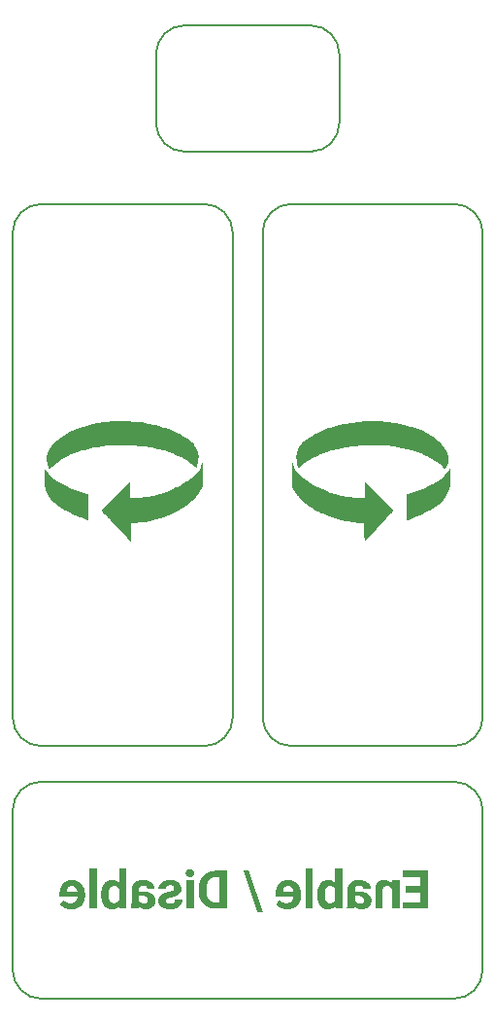
<source format=gbr>
%TF.GenerationSoftware,KiCad,Pcbnew,8.0.5*%
%TF.CreationDate,2024-09-27T18:29:33-04:00*%
%TF.ProjectId,oe-commutator-controller,6f652d63-6f6d-46d7-9574-61746f722d63,D*%
%TF.SameCoordinates,Original*%
%TF.FileFunction,Legend,Bot*%
%TF.FilePolarity,Positive*%
%FSLAX46Y46*%
G04 Gerber Fmt 4.6, Leading zero omitted, Abs format (unit mm)*
G04 Created by KiCad (PCBNEW 8.0.5) date 2024-09-27 18:29:33*
%MOMM*%
%LPD*%
G01*
G04 APERTURE LIST*
%ADD10C,0.150000*%
%ADD11C,0.000000*%
G04 APERTURE END LIST*
D10*
X118000000Y-55250000D02*
X129000000Y-55250000D01*
X119700000Y-118000000D02*
X105500000Y-118000000D01*
X141500000Y-70800000D02*
G75*
G02*
X144000000Y-73300000I0J-2500000D01*
G01*
X124800000Y-73300000D02*
G75*
G02*
X127300000Y-70800000I2500000J0D01*
G01*
D11*
G36*
X118804165Y-132158491D02*
G01*
X118146130Y-132158491D01*
X118146130Y-129703344D01*
X118804165Y-129703344D01*
X118804165Y-132158491D01*
G37*
D10*
X144000000Y-115500000D02*
G75*
G02*
X141500000Y-118000000I-2500000J0D01*
G01*
X118000000Y-66250000D02*
G75*
G02*
X115500000Y-63750000I0J2500000D01*
G01*
X115500000Y-63750000D02*
X115500000Y-57750000D01*
X105500000Y-140000000D02*
G75*
G02*
X103000000Y-137500000I0J2500000D01*
G01*
X144000000Y-137500000D02*
G75*
G02*
X141500000Y-140000000I-2500000J0D01*
G01*
X103000000Y-73300000D02*
G75*
G02*
X105500000Y-70800000I2500000J0D01*
G01*
D11*
G36*
X112934407Y-132158491D02*
G01*
X112344448Y-132158491D01*
X112314946Y-131897550D01*
X112284534Y-131934644D01*
X112252865Y-131969345D01*
X112219937Y-132001653D01*
X112185750Y-132031568D01*
X112150305Y-132059089D01*
X112113601Y-132084218D01*
X112075638Y-132106953D01*
X112036417Y-132127295D01*
X111995937Y-132145244D01*
X111954199Y-132160800D01*
X111911202Y-132173963D01*
X111866946Y-132184732D01*
X111821431Y-132193108D01*
X111774658Y-132199092D01*
X111726625Y-132202681D01*
X111677334Y-132203878D01*
X111621671Y-132202593D01*
X111567567Y-132198737D01*
X111515024Y-132192311D01*
X111464040Y-132183314D01*
X111414617Y-132171747D01*
X111366754Y-132157610D01*
X111320451Y-132140902D01*
X111275708Y-132121624D01*
X111232524Y-132099775D01*
X111190901Y-132075356D01*
X111150838Y-132048366D01*
X111112334Y-132018806D01*
X111075391Y-131986675D01*
X111040007Y-131951974D01*
X111006183Y-131914702D01*
X110973919Y-131874860D01*
X110943419Y-131832439D01*
X110914887Y-131787998D01*
X110888322Y-131741535D01*
X110863725Y-131693051D01*
X110841096Y-131642546D01*
X110820435Y-131590021D01*
X110801742Y-131535474D01*
X110785016Y-131478906D01*
X110770259Y-131420318D01*
X110757468Y-131359708D01*
X110746646Y-131297078D01*
X110737791Y-131232426D01*
X110730905Y-131165754D01*
X110725985Y-131097061D01*
X110723034Y-131026346D01*
X110722050Y-130953611D01*
X110722050Y-130917303D01*
X110722204Y-130905958D01*
X111377804Y-130905958D01*
X111378549Y-130980093D01*
X111380782Y-131049335D01*
X111384505Y-131113685D01*
X111389717Y-131173142D01*
X111392882Y-131201036D01*
X111396419Y-131227707D01*
X111400328Y-131253154D01*
X111404609Y-131277378D01*
X111409263Y-131300379D01*
X111414289Y-131322157D01*
X111419687Y-131342712D01*
X111425457Y-131362043D01*
X111438788Y-131399962D01*
X111453820Y-131435434D01*
X111470555Y-131468459D01*
X111488991Y-131499039D01*
X111498847Y-131513411D01*
X111509129Y-131527172D01*
X111519836Y-131540321D01*
X111530968Y-131552859D01*
X111542526Y-131564785D01*
X111554510Y-131576099D01*
X111566919Y-131586802D01*
X111579753Y-131596893D01*
X111593013Y-131606373D01*
X111606698Y-131615241D01*
X111620809Y-131623497D01*
X111635346Y-131631142D01*
X111650307Y-131638175D01*
X111665695Y-131644597D01*
X111681507Y-131650407D01*
X111697745Y-131655605D01*
X111731498Y-131664168D01*
X111766953Y-131670284D01*
X111804110Y-131673953D01*
X111842968Y-131675176D01*
X111881631Y-131674166D01*
X111900390Y-131672903D01*
X111918769Y-131671134D01*
X111936766Y-131668861D01*
X111954382Y-131666082D01*
X111971618Y-131662798D01*
X111988471Y-131659009D01*
X112004944Y-131654714D01*
X112021036Y-131649915D01*
X112036746Y-131644610D01*
X112052076Y-131638799D01*
X112067024Y-131632484D01*
X112081591Y-131625664D01*
X112095777Y-131618338D01*
X112109582Y-131610507D01*
X112123006Y-131602170D01*
X112136049Y-131593329D01*
X112148710Y-131583982D01*
X112160991Y-131574130D01*
X112172890Y-131563773D01*
X112184408Y-131552911D01*
X112195545Y-131541543D01*
X112206301Y-131529671D01*
X112216676Y-131517293D01*
X112226670Y-131504410D01*
X112236283Y-131491021D01*
X112245514Y-131477128D01*
X112254365Y-131462729D01*
X112262834Y-131447825D01*
X112270922Y-131432416D01*
X112278630Y-131416502D01*
X112278630Y-130447607D01*
X112263119Y-130416558D01*
X112246083Y-130387512D01*
X112227523Y-130360469D01*
X112207439Y-130335429D01*
X112185830Y-130312392D01*
X112162696Y-130291359D01*
X112138038Y-130272328D01*
X112111855Y-130255301D01*
X112084147Y-130240277D01*
X112054915Y-130227256D01*
X112024159Y-130216238D01*
X111991878Y-130207224D01*
X111958072Y-130200213D01*
X111922742Y-130195204D01*
X111885887Y-130192200D01*
X111847508Y-130191198D01*
X111818745Y-130191872D01*
X111790886Y-130193892D01*
X111763931Y-130197260D01*
X111737880Y-130201976D01*
X111712734Y-130208038D01*
X111688492Y-130215448D01*
X111676710Y-130219658D01*
X111665154Y-130224205D01*
X111653824Y-130229088D01*
X111642721Y-130234309D01*
X111631843Y-130239866D01*
X111621191Y-130245760D01*
X111610765Y-130251991D01*
X111600566Y-130258559D01*
X111590592Y-130265464D01*
X111580844Y-130272705D01*
X111571323Y-130280283D01*
X111562027Y-130288198D01*
X111552958Y-130296450D01*
X111544114Y-130305039D01*
X111535497Y-130313965D01*
X111527106Y-130323227D01*
X111511001Y-130342763D01*
X111495800Y-130363645D01*
X111481513Y-130385707D01*
X111468147Y-130409347D01*
X111455703Y-130434564D01*
X111444180Y-130461359D01*
X111433580Y-130489732D01*
X111423901Y-130519682D01*
X111415144Y-130551210D01*
X111407309Y-130584316D01*
X111400395Y-130618999D01*
X111394404Y-130655260D01*
X111389334Y-130693099D01*
X111385186Y-130732515D01*
X111381960Y-130773510D01*
X111379655Y-130816081D01*
X111378273Y-130860231D01*
X111377812Y-130905958D01*
X111377804Y-130905958D01*
X110722204Y-130905958D01*
X110723052Y-130843477D01*
X110726056Y-130771762D01*
X110731065Y-130702156D01*
X110738076Y-130634659D01*
X110747090Y-130569272D01*
X110758108Y-130505995D01*
X110771129Y-130444828D01*
X110786153Y-130385769D01*
X110803180Y-130328821D01*
X110822211Y-130273982D01*
X110843244Y-130221253D01*
X110866281Y-130170633D01*
X110891321Y-130122122D01*
X110918364Y-130075721D01*
X110947410Y-130031430D01*
X110978459Y-129989248D01*
X111010988Y-129949132D01*
X111045042Y-129911603D01*
X111080621Y-129876663D01*
X111117724Y-129844311D01*
X111156351Y-129814548D01*
X111196503Y-129787372D01*
X111238179Y-129762785D01*
X111281380Y-129740785D01*
X111326105Y-129721374D01*
X111372356Y-129704551D01*
X111420130Y-129690316D01*
X111469430Y-129678670D01*
X111520254Y-129669611D01*
X111572602Y-129663141D01*
X111626476Y-129659258D01*
X111681874Y-129657964D01*
X111727548Y-129659001D01*
X111772106Y-129662112D01*
X111815547Y-129667298D01*
X111857871Y-129674557D01*
X111899078Y-129683890D01*
X111939169Y-129695297D01*
X111978142Y-129708779D01*
X112015999Y-129724334D01*
X112052739Y-129741964D01*
X112088362Y-129761667D01*
X112122868Y-129783445D01*
X112156258Y-129807297D01*
X112188530Y-129833223D01*
X112219685Y-129861223D01*
X112249724Y-129891296D01*
X112278645Y-129923444D01*
X112278645Y-128673177D01*
X112934407Y-128673177D01*
X112934407Y-131416502D01*
X112934407Y-132158491D01*
G37*
D10*
X131500000Y-57750000D02*
X131500000Y-63750000D01*
X115500000Y-57750000D02*
G75*
G02*
X118000000Y-55250000I2500000J0D01*
G01*
D11*
G36*
X128146535Y-130702967D02*
G01*
X128151561Y-130746407D01*
X128155470Y-130790468D01*
X128158262Y-130835150D01*
X128159938Y-130880452D01*
X128160496Y-130926374D01*
X128160496Y-130989912D01*
X128159175Y-131057975D01*
X128155213Y-131124320D01*
X128148610Y-131188944D01*
X128139365Y-131251850D01*
X128127478Y-131313035D01*
X128112951Y-131372502D01*
X128095781Y-131430248D01*
X128075971Y-131486275D01*
X128053519Y-131540583D01*
X128028426Y-131593171D01*
X128000691Y-131644039D01*
X127970316Y-131693188D01*
X127937299Y-131740617D01*
X127901640Y-131786327D01*
X127863340Y-131830317D01*
X127822399Y-131872587D01*
X127779075Y-131912703D01*
X127734189Y-131950231D01*
X127687744Y-131985172D01*
X127639739Y-132017523D01*
X127590174Y-132047287D01*
X127539048Y-132074463D01*
X127486363Y-132099050D01*
X127432118Y-132121050D01*
X127376312Y-132140461D01*
X127318947Y-132157284D01*
X127260022Y-132171519D01*
X127199537Y-132183165D01*
X127137492Y-132192224D01*
X127073887Y-132198694D01*
X127008722Y-132202576D01*
X126941998Y-132203870D01*
X126941998Y-132203863D01*
X126903920Y-132203411D01*
X126866268Y-132202055D01*
X126829041Y-132199794D01*
X126792239Y-132196630D01*
X126755863Y-132192562D01*
X126719912Y-132187589D01*
X126684387Y-132181713D01*
X126649287Y-132174932D01*
X126614612Y-132167247D01*
X126580363Y-132158659D01*
X126546539Y-132149166D01*
X126513140Y-132138769D01*
X126480167Y-132127468D01*
X126447620Y-132115263D01*
X126415498Y-132102153D01*
X126383801Y-132088140D01*
X126352724Y-132073037D01*
X126322464Y-132057225D01*
X126293018Y-132040703D01*
X126264389Y-132023473D01*
X126236575Y-132005533D01*
X126209576Y-131986884D01*
X126183393Y-131967526D01*
X126158025Y-131947459D01*
X126133473Y-131926683D01*
X126109736Y-131905197D01*
X126086815Y-131883003D01*
X126064709Y-131860100D01*
X126043419Y-131836487D01*
X126022944Y-131812166D01*
X126003284Y-131787136D01*
X125984440Y-131761396D01*
X126306652Y-131400610D01*
X126333961Y-131433857D01*
X126362564Y-131464959D01*
X126392461Y-131493916D01*
X126423652Y-131520728D01*
X126456138Y-131545395D01*
X126489917Y-131567918D01*
X126524990Y-131588295D01*
X126561358Y-131606528D01*
X126599019Y-131622616D01*
X126637975Y-131636558D01*
X126678225Y-131648356D01*
X126719768Y-131658008D01*
X126762606Y-131665516D01*
X126806738Y-131670879D01*
X126852164Y-131674096D01*
X126898884Y-131675169D01*
X126929189Y-131674601D01*
X126958838Y-131672900D01*
X126987831Y-131670063D01*
X127016169Y-131666092D01*
X127043850Y-131660987D01*
X127070876Y-131654747D01*
X127097245Y-131647372D01*
X127122958Y-131638863D01*
X127148016Y-131629220D01*
X127172418Y-131618442D01*
X127196163Y-131606529D01*
X127219253Y-131593483D01*
X127241686Y-131579301D01*
X127263463Y-131563985D01*
X127284585Y-131547535D01*
X127305050Y-131529951D01*
X127324408Y-131511427D01*
X127342773Y-131492158D01*
X127360146Y-131472144D01*
X127376526Y-131451386D01*
X127391913Y-131429883D01*
X127406307Y-131407635D01*
X127419709Y-131384643D01*
X127432119Y-131360906D01*
X127443535Y-131336425D01*
X127453959Y-131311199D01*
X127463390Y-131285228D01*
X127471829Y-131258513D01*
X127479275Y-131231054D01*
X127485728Y-131202850D01*
X127491188Y-131173901D01*
X127495655Y-131144209D01*
X125932255Y-131144209D01*
X125932255Y-130876455D01*
X125933390Y-130804598D01*
X125936793Y-130734814D01*
X125942466Y-130667105D01*
X125945141Y-130645002D01*
X126576672Y-130645002D01*
X126576672Y-130697195D01*
X127488850Y-130697195D01*
X127484259Y-130667006D01*
X127478994Y-130637704D01*
X127473056Y-130609288D01*
X127466444Y-130581758D01*
X127459158Y-130555115D01*
X127451199Y-130529357D01*
X127442566Y-130504486D01*
X127433259Y-130480502D01*
X127423279Y-130457403D01*
X127412625Y-130435191D01*
X127401297Y-130413865D01*
X127389296Y-130393426D01*
X127376621Y-130373873D01*
X127363272Y-130355206D01*
X127349249Y-130337426D01*
X127334553Y-130320531D01*
X127318953Y-130304595D01*
X127302786Y-130289686D01*
X127286051Y-130275806D01*
X127268749Y-130262953D01*
X127250880Y-130251129D01*
X127232444Y-130240333D01*
X127213441Y-130230566D01*
X127193870Y-130221826D01*
X127173732Y-130214115D01*
X127153026Y-130207432D01*
X127131754Y-130201777D01*
X127109914Y-130197150D01*
X127087506Y-130193551D01*
X127064532Y-130190981D01*
X127040990Y-130189439D01*
X127016880Y-130188924D01*
X127016880Y-130188917D01*
X126991159Y-130189387D01*
X126966181Y-130190796D01*
X126941948Y-130193145D01*
X126918460Y-130196433D01*
X126895716Y-130200661D01*
X126873716Y-130205828D01*
X126852461Y-130211935D01*
X126831950Y-130218981D01*
X126812184Y-130226967D01*
X126793163Y-130235893D01*
X126774886Y-130245758D01*
X126757353Y-130256563D01*
X126740565Y-130268308D01*
X126724521Y-130280992D01*
X126709222Y-130294616D01*
X126694668Y-130309179D01*
X126680907Y-130324318D01*
X126667998Y-130340236D01*
X126655940Y-130356935D01*
X126644733Y-130374413D01*
X126634378Y-130392672D01*
X126624875Y-130411711D01*
X126616222Y-130431529D01*
X126608422Y-130452128D01*
X126601472Y-130473507D01*
X126595375Y-130495666D01*
X126590129Y-130518605D01*
X126585734Y-130542324D01*
X126582191Y-130566823D01*
X126579500Y-130592103D01*
X126577660Y-130618162D01*
X126576672Y-130645002D01*
X125945141Y-130645002D01*
X125950408Y-130601470D01*
X125960619Y-130537910D01*
X125973099Y-130476423D01*
X125987849Y-130417011D01*
X126004867Y-130359672D01*
X126024154Y-130304408D01*
X126045711Y-130251218D01*
X126069536Y-130200101D01*
X126095631Y-130151059D01*
X126123994Y-130104091D01*
X126154627Y-130059196D01*
X126187528Y-130016376D01*
X126222699Y-129975629D01*
X126259562Y-129937161D01*
X126298110Y-129901174D01*
X126338342Y-129867669D01*
X126380258Y-129836647D01*
X126423858Y-129808106D01*
X126469142Y-129782047D01*
X126516110Y-129758469D01*
X126564762Y-129737374D01*
X126615099Y-129718760D01*
X126667119Y-129702629D01*
X126720824Y-129688979D01*
X126776212Y-129677811D01*
X126833285Y-129669125D01*
X126892041Y-129662920D01*
X126952482Y-129659198D01*
X127014607Y-129657957D01*
X127056301Y-129658577D01*
X127097429Y-129660439D01*
X127137989Y-129663541D01*
X127177981Y-129667884D01*
X127217407Y-129673469D01*
X127256265Y-129680294D01*
X127294555Y-129688360D01*
X127332279Y-129697667D01*
X127369435Y-129708215D01*
X127406023Y-129720003D01*
X127442045Y-129733033D01*
X127477499Y-129747303D01*
X127512386Y-129762814D01*
X127546706Y-129779567D01*
X127580459Y-129797559D01*
X127613644Y-129816793D01*
X127645802Y-129836896D01*
X127677037Y-129858062D01*
X127707351Y-129880292D01*
X127736744Y-129903586D01*
X127765214Y-129927944D01*
X127792763Y-129953365D01*
X127819389Y-129979850D01*
X127845094Y-130007398D01*
X127869877Y-130036010D01*
X127893738Y-130065686D01*
X127916677Y-130096425D01*
X127938694Y-130128228D01*
X127959790Y-130161094D01*
X127979963Y-130195023D01*
X127999215Y-130230016D01*
X128017544Y-130266073D01*
X128034854Y-130302688D01*
X128051048Y-130339924D01*
X128066124Y-130377780D01*
X128080085Y-130416257D01*
X128092928Y-130455354D01*
X128104654Y-130495071D01*
X128115264Y-130535409D01*
X128124757Y-130576368D01*
X128133133Y-130617947D01*
X128140393Y-130660147D01*
X128145707Y-130697195D01*
X128146535Y-130702967D01*
G37*
G36*
X115453724Y-131468687D02*
G01*
X115452802Y-131507971D01*
X115450037Y-131546404D01*
X115445428Y-131583986D01*
X115438976Y-131620717D01*
X115430679Y-131656597D01*
X115420540Y-131691627D01*
X115408556Y-131725805D01*
X115394729Y-131759132D01*
X115379058Y-131791608D01*
X115361544Y-131823234D01*
X115342186Y-131854008D01*
X115320984Y-131883931D01*
X115297938Y-131913004D01*
X115273049Y-131941225D01*
X115246316Y-131968595D01*
X115217739Y-131995115D01*
X115187479Y-132020393D01*
X115156261Y-132044041D01*
X115124087Y-132066058D01*
X115090954Y-132086444D01*
X115056865Y-132105200D01*
X115021819Y-132122324D01*
X114985815Y-132137818D01*
X114948854Y-132151681D01*
X114910935Y-132163912D01*
X114872060Y-132174514D01*
X114832227Y-132183484D01*
X114791437Y-132190823D01*
X114749689Y-132196531D01*
X114706984Y-132200609D01*
X114663322Y-132203055D01*
X114618702Y-132203870D01*
X114571609Y-132202833D01*
X114525633Y-132199722D01*
X114480774Y-132194537D01*
X114437031Y-132187278D01*
X114394406Y-132177945D01*
X114352898Y-132166537D01*
X114312506Y-132153056D01*
X114273232Y-132137500D01*
X114235074Y-132119871D01*
X114198033Y-132100167D01*
X114162109Y-132078390D01*
X114127302Y-132054538D01*
X114093612Y-132028612D01*
X114061038Y-132000612D01*
X114029581Y-131970538D01*
X113999241Y-131938390D01*
X113993744Y-131970618D01*
X113987468Y-132001499D01*
X113984038Y-132016434D01*
X113980412Y-132031032D01*
X113976592Y-132045294D01*
X113972576Y-132059218D01*
X113968366Y-132072806D01*
X113963961Y-132086057D01*
X113959361Y-132098971D01*
X113954566Y-132111548D01*
X113949576Y-132123789D01*
X113944392Y-132135693D01*
X113939012Y-132147260D01*
X113933438Y-132158491D01*
X113270863Y-132158476D01*
X113270863Y-132119909D01*
X113282409Y-132096838D01*
X113293228Y-132072437D01*
X113303321Y-132046707D01*
X113312688Y-132019647D01*
X113321329Y-131991258D01*
X113329243Y-131961538D01*
X113336431Y-131930490D01*
X113342892Y-131898111D01*
X113348627Y-131864403D01*
X113353636Y-131829365D01*
X113357918Y-131792997D01*
X113361474Y-131755300D01*
X113366407Y-131675917D01*
X113368435Y-131591215D01*
X113368435Y-131042104D01*
X114026470Y-131042104D01*
X114026470Y-131464155D01*
X114034093Y-131477601D01*
X114042212Y-131490710D01*
X114050827Y-131503482D01*
X114059939Y-131515918D01*
X114069547Y-131528017D01*
X114079651Y-131539779D01*
X114090252Y-131551204D01*
X114101349Y-131562293D01*
X114112943Y-131573044D01*
X114125033Y-131583459D01*
X114137619Y-131593538D01*
X114150702Y-131603279D01*
X114164281Y-131612683D01*
X114178356Y-131621751D01*
X114192928Y-131630482D01*
X114207997Y-131638876D01*
X114223402Y-131646568D01*
X114238984Y-131653765D01*
X114254744Y-131660465D01*
X114270680Y-131666669D01*
X114286794Y-131672377D01*
X114303086Y-131677588D01*
X114319554Y-131682303D01*
X114336200Y-131686522D01*
X114353023Y-131690245D01*
X114370024Y-131693471D01*
X114387201Y-131696201D01*
X114404556Y-131698435D01*
X114422089Y-131700172D01*
X114439799Y-131701413D01*
X114457686Y-131702157D01*
X114475750Y-131702406D01*
X114475781Y-131702406D01*
X114494254Y-131702095D01*
X114512230Y-131701165D01*
X114529710Y-131699613D01*
X114546693Y-131697442D01*
X114563179Y-131694650D01*
X114579170Y-131691237D01*
X114594663Y-131687204D01*
X114609660Y-131682550D01*
X114624161Y-131677276D01*
X114638165Y-131671381D01*
X114651673Y-131664866D01*
X114664684Y-131657731D01*
X114677199Y-131649975D01*
X114689218Y-131641598D01*
X114700740Y-131632601D01*
X114711766Y-131622984D01*
X114722206Y-131612887D01*
X114731973Y-131602455D01*
X114741067Y-131591685D01*
X114749487Y-131580579D01*
X114757233Y-131569136D01*
X114764306Y-131557356D01*
X114770705Y-131545239D01*
X114776430Y-131532786D01*
X114781482Y-131519996D01*
X114785861Y-131506869D01*
X114789565Y-131493405D01*
X114792597Y-131479604D01*
X114794954Y-131465467D01*
X114796638Y-131450993D01*
X114797649Y-131436182D01*
X114797985Y-131421034D01*
X114795689Y-131382467D01*
X114789920Y-131341252D01*
X114785686Y-131321641D01*
X114780552Y-131302695D01*
X114774519Y-131284414D01*
X114767585Y-131266798D01*
X114759752Y-131249846D01*
X114751020Y-131233559D01*
X114741388Y-131217937D01*
X114730856Y-131202980D01*
X114719424Y-131188687D01*
X114707093Y-131175060D01*
X114693862Y-131162097D01*
X114679731Y-131149798D01*
X114664701Y-131138165D01*
X114648771Y-131127196D01*
X114631941Y-131116892D01*
X114614211Y-131107253D01*
X114576054Y-131089969D01*
X114534297Y-131075343D01*
X114488942Y-131063377D01*
X114439988Y-131054070D01*
X114387435Y-131047423D01*
X114331284Y-131043434D01*
X114271534Y-131042104D01*
X114026470Y-131042104D01*
X113368435Y-131042104D01*
X113368435Y-130527013D01*
X113369481Y-130476119D01*
X113372619Y-130426678D01*
X113377848Y-130378690D01*
X113385169Y-130332156D01*
X113394583Y-130287076D01*
X113406087Y-130243450D01*
X113419684Y-130201277D01*
X113435373Y-130160557D01*
X113453153Y-130121292D01*
X113473025Y-130083480D01*
X113494989Y-130047122D01*
X113519046Y-130012217D01*
X113545193Y-129978766D01*
X113573433Y-129946769D01*
X113603765Y-129916226D01*
X113636189Y-129887136D01*
X113670110Y-129859384D01*
X113705502Y-129833422D01*
X113742365Y-129809251D01*
X113780700Y-129786870D01*
X113820507Y-129766280D01*
X113861785Y-129747480D01*
X113904534Y-129730471D01*
X113948755Y-129715252D01*
X113994447Y-129701823D01*
X114041610Y-129690185D01*
X114090245Y-129680338D01*
X114140351Y-129672280D01*
X114191928Y-129666014D01*
X114244977Y-129661538D01*
X114299497Y-129658852D01*
X114355488Y-129657957D01*
X114392697Y-129658364D01*
X114429445Y-129659588D01*
X114465732Y-129661626D01*
X114501559Y-129664480D01*
X114536925Y-129668149D01*
X114571829Y-129672634D01*
X114606273Y-129677934D01*
X114640256Y-129684050D01*
X114673778Y-129690981D01*
X114706840Y-129698728D01*
X114739440Y-129707290D01*
X114771579Y-129716668D01*
X114803258Y-129726861D01*
X114834475Y-129737870D01*
X114865232Y-129749695D01*
X114895527Y-129762334D01*
X114925167Y-129775409D01*
X114953956Y-129789104D01*
X114981894Y-129803419D01*
X115008981Y-129818355D01*
X115035217Y-129833911D01*
X115060603Y-129850087D01*
X115085137Y-129866884D01*
X115108821Y-129884301D01*
X115131654Y-129902338D01*
X115153636Y-129920996D01*
X115174767Y-129940274D01*
X115195047Y-129960173D01*
X115214477Y-129980692D01*
X115233055Y-130001832D01*
X115250782Y-130023592D01*
X115267659Y-130045972D01*
X115283595Y-130068787D01*
X115298504Y-130091850D01*
X115312384Y-130115162D01*
X115325237Y-130138721D01*
X115337061Y-130162529D01*
X115347857Y-130186585D01*
X115357624Y-130210889D01*
X115366364Y-130235441D01*
X115374075Y-130260241D01*
X115380758Y-130285290D01*
X115386413Y-130310587D01*
X115391040Y-130336132D01*
X115394639Y-130361925D01*
X115397209Y-130387966D01*
X115398751Y-130414256D01*
X115399266Y-130440794D01*
X114743504Y-130440794D01*
X114743140Y-130423722D01*
X114742050Y-130407112D01*
X114740233Y-130390962D01*
X114737689Y-130375273D01*
X114734418Y-130360046D01*
X114730420Y-130345279D01*
X114725696Y-130330973D01*
X114720245Y-130317128D01*
X114714067Y-130303744D01*
X114707162Y-130290821D01*
X114699530Y-130278358D01*
X114691172Y-130266357D01*
X114682087Y-130254816D01*
X114672275Y-130243736D01*
X114661736Y-130233117D01*
X114650471Y-130222959D01*
X114638283Y-130213342D01*
X114625545Y-130204345D01*
X114612258Y-130195968D01*
X114598422Y-130188212D01*
X114584036Y-130181076D01*
X114569100Y-130174561D01*
X114553615Y-130168667D01*
X114537581Y-130163393D01*
X114520997Y-130158739D01*
X114503863Y-130154706D01*
X114486180Y-130151293D01*
X114467948Y-130148501D01*
X114449166Y-130146329D01*
X114429834Y-130144778D01*
X114409953Y-130143847D01*
X114389523Y-130143537D01*
X114366380Y-130143936D01*
X114344035Y-130145133D01*
X114322487Y-130147127D01*
X114301738Y-130149919D01*
X114281786Y-130153509D01*
X114262632Y-130157896D01*
X114244276Y-130163081D01*
X114226717Y-130169064D01*
X114209956Y-130175845D01*
X114193993Y-130183423D01*
X114178828Y-130191800D01*
X114164460Y-130200974D01*
X114150889Y-130210946D01*
X114138117Y-130221716D01*
X114126141Y-130233283D01*
X114114964Y-130245649D01*
X114104247Y-130258679D01*
X114094222Y-130272241D01*
X114084889Y-130286335D01*
X114076247Y-130300960D01*
X114068296Y-130316117D01*
X114061037Y-130331806D01*
X114054469Y-130348026D01*
X114048593Y-130364778D01*
X114043408Y-130382062D01*
X114038914Y-130399878D01*
X114035112Y-130418226D01*
X114032001Y-130437105D01*
X114029581Y-130456516D01*
X114027853Y-130476460D01*
X114026816Y-130496935D01*
X114026470Y-130517942D01*
X114026470Y-130658628D01*
X114328259Y-130658628D01*
X114395613Y-130659718D01*
X114460964Y-130662421D01*
X114524312Y-130666737D01*
X114585656Y-130672667D01*
X114644998Y-130680210D01*
X114702336Y-130689366D01*
X114757672Y-130700135D01*
X114811004Y-130712517D01*
X114862333Y-130726513D01*
X114911659Y-130742122D01*
X114958982Y-130759343D01*
X115004301Y-130778178D01*
X115047617Y-130798627D01*
X115088930Y-130820688D01*
X115128240Y-130844362D01*
X115165547Y-130869650D01*
X115200443Y-130896453D01*
X115233088Y-130924674D01*
X115263481Y-130954314D01*
X115291623Y-130985372D01*
X115317514Y-131017848D01*
X115341154Y-131051743D01*
X115362542Y-131087056D01*
X115381679Y-131123787D01*
X115398564Y-131161936D01*
X115413199Y-131201503D01*
X115425581Y-131242488D01*
X115435713Y-131284892D01*
X115443593Y-131328714D01*
X115449221Y-131373953D01*
X115452598Y-131420611D01*
X115452608Y-131421034D01*
X115453724Y-131468687D01*
G37*
G36*
X121745526Y-132158491D02*
G01*
X120722172Y-132158498D01*
X120668343Y-132157453D01*
X120615205Y-132154883D01*
X120562759Y-132150788D01*
X120511004Y-132145169D01*
X120459941Y-132138025D01*
X120409569Y-132129357D01*
X120359888Y-132119164D01*
X120310899Y-132107446D01*
X120262601Y-132094204D01*
X120214995Y-132079438D01*
X120168080Y-132063146D01*
X120121856Y-132045331D01*
X120076324Y-132025990D01*
X120031483Y-132005125D01*
X119987333Y-131982736D01*
X119943875Y-131958822D01*
X119901374Y-131933516D01*
X119860096Y-131906952D01*
X119820041Y-131879129D01*
X119781210Y-131850047D01*
X119743601Y-131819707D01*
X119707217Y-131788108D01*
X119672055Y-131755251D01*
X119638116Y-131721135D01*
X119605401Y-131685760D01*
X119573909Y-131649127D01*
X119543639Y-131611235D01*
X119514594Y-131572085D01*
X119486771Y-131531676D01*
X119460171Y-131490009D01*
X119434794Y-131447083D01*
X119410641Y-131402898D01*
X119387560Y-131357686D01*
X119365969Y-131311675D01*
X119345866Y-131264867D01*
X119327252Y-131217261D01*
X119310128Y-131168857D01*
X119294492Y-131119655D01*
X119280346Y-131069656D01*
X119267688Y-131018859D01*
X119256520Y-130967263D01*
X119246840Y-130914871D01*
X119238650Y-130861680D01*
X119231949Y-130807692D01*
X119226737Y-130752905D01*
X119223014Y-130697322D01*
X119220780Y-130640940D01*
X119220036Y-130583761D01*
X119220036Y-130431730D01*
X119220066Y-130429456D01*
X119909840Y-130429456D01*
X119909840Y-130604177D01*
X119911214Y-130663998D01*
X119914202Y-130722063D01*
X119918803Y-130778374D01*
X119925016Y-130832929D01*
X119932843Y-130885729D01*
X119942283Y-130936775D01*
X119953336Y-130986065D01*
X119966002Y-131033600D01*
X119980281Y-131079381D01*
X119996173Y-131123406D01*
X120013678Y-131165677D01*
X120032797Y-131206193D01*
X120053528Y-131244953D01*
X120075873Y-131281959D01*
X120099830Y-131317210D01*
X120125401Y-131350706D01*
X120152514Y-131382304D01*
X120181098Y-131411863D01*
X120211154Y-131439384D01*
X120242681Y-131464866D01*
X120275680Y-131488310D01*
X120310150Y-131509715D01*
X120346092Y-131529082D01*
X120383505Y-131546410D01*
X120422390Y-131561700D01*
X120462746Y-131574951D01*
X120504573Y-131586163D01*
X120547872Y-131595337D01*
X120592643Y-131602472D01*
X120638885Y-131607569D01*
X120686598Y-131610627D01*
X120735783Y-131611646D01*
X121064801Y-131611646D01*
X121064801Y-129406095D01*
X120728977Y-129406095D01*
X120679527Y-129407114D01*
X120631584Y-129410172D01*
X120585147Y-129415269D01*
X120540217Y-129422404D01*
X120496794Y-129431578D01*
X120454878Y-129442791D01*
X120414469Y-129456042D01*
X120375567Y-129471332D01*
X120338171Y-129488661D01*
X120302283Y-129508028D01*
X120267901Y-129529434D01*
X120235026Y-129552879D01*
X120203658Y-129578362D01*
X120173797Y-129605884D01*
X120145443Y-129635444D01*
X120118595Y-129667043D01*
X120093317Y-129700335D01*
X120069669Y-129735540D01*
X120047652Y-129772661D01*
X120027266Y-129811696D01*
X120008511Y-129852646D01*
X119991386Y-129895511D01*
X119975893Y-129940290D01*
X119962030Y-129986984D01*
X119949798Y-130035592D01*
X119939197Y-130086115D01*
X119930227Y-130138552D01*
X119922888Y-130192904D01*
X119917179Y-130249171D01*
X119913102Y-130307352D01*
X119910655Y-130367447D01*
X119909840Y-130429456D01*
X119220066Y-130429456D01*
X119220789Y-130374542D01*
X119223050Y-130318134D01*
X119226817Y-130262506D01*
X119232091Y-130207657D01*
X119238871Y-130153589D01*
X119247159Y-130100301D01*
X119256953Y-130047793D01*
X119268255Y-129996065D01*
X119281063Y-129945117D01*
X119295377Y-129894948D01*
X119311199Y-129845560D01*
X119328527Y-129796952D01*
X119347362Y-129749124D01*
X119367704Y-129702075D01*
X119389552Y-129655807D01*
X119412907Y-129610319D01*
X119437609Y-129565593D01*
X119463499Y-129522179D01*
X119490577Y-129480077D01*
X119518843Y-129439287D01*
X119548297Y-129399808D01*
X119578938Y-129361642D01*
X119610768Y-129324787D01*
X119643785Y-129289243D01*
X119677990Y-129255012D01*
X119713382Y-129222092D01*
X119749963Y-129190484D01*
X119787731Y-129160188D01*
X119826686Y-129131204D01*
X119866830Y-129103531D01*
X119908161Y-129077171D01*
X119950680Y-129052122D01*
X119993873Y-129028217D01*
X120037793Y-129005854D01*
X120082439Y-128985033D01*
X120127812Y-128965755D01*
X120173912Y-128948019D01*
X120220738Y-128931825D01*
X120268291Y-128917173D01*
X120316572Y-128904064D01*
X120365578Y-128892497D01*
X120415312Y-128882472D01*
X120465773Y-128873990D01*
X120516960Y-128867049D01*
X120568874Y-128861651D01*
X120621515Y-128857796D01*
X120674883Y-128855482D01*
X120728977Y-128854711D01*
X121745526Y-128854711D01*
X121745526Y-129406095D01*
X121745526Y-132158491D01*
G37*
G36*
X134300263Y-131468687D02*
G01*
X134299341Y-131507971D01*
X134296575Y-131546404D01*
X134291966Y-131583986D01*
X134285514Y-131620717D01*
X134277217Y-131656597D01*
X134267077Y-131691627D01*
X134255093Y-131725805D01*
X134241266Y-131759132D01*
X134225595Y-131791608D01*
X134208081Y-131823234D01*
X134188722Y-131854008D01*
X134167521Y-131883931D01*
X134144475Y-131913004D01*
X134119587Y-131941225D01*
X134092854Y-131968595D01*
X134064278Y-131995115D01*
X134034017Y-132020393D01*
X134002800Y-132044041D01*
X133970625Y-132066058D01*
X133937492Y-132086444D01*
X133903403Y-132105200D01*
X133868356Y-132122324D01*
X133832352Y-132137818D01*
X133795391Y-132151681D01*
X133757472Y-132163912D01*
X133718597Y-132174514D01*
X133678764Y-132183484D01*
X133637974Y-132190823D01*
X133596226Y-132196531D01*
X133553522Y-132200609D01*
X133509860Y-132203055D01*
X133465241Y-132203870D01*
X133418148Y-132202833D01*
X133372172Y-132199722D01*
X133327314Y-132194537D01*
X133283571Y-132187278D01*
X133240946Y-132177945D01*
X133199438Y-132166537D01*
X133159046Y-132153056D01*
X133119772Y-132137500D01*
X133081614Y-132119871D01*
X133044573Y-132100167D01*
X133008649Y-132078390D01*
X132973841Y-132054538D01*
X132940151Y-132028612D01*
X132907577Y-132000612D01*
X132876120Y-131970538D01*
X132845780Y-131938390D01*
X132840284Y-131970618D01*
X132834009Y-132001499D01*
X132830579Y-132016434D01*
X132826954Y-132031032D01*
X132823135Y-132045294D01*
X132819120Y-132059218D01*
X132814910Y-132072806D01*
X132810505Y-132086057D01*
X132805905Y-132098971D01*
X132801110Y-132111548D01*
X132796120Y-132123789D01*
X132790935Y-132135693D01*
X132785555Y-132147260D01*
X132779980Y-132158491D01*
X132117398Y-132158476D01*
X132117398Y-132119909D01*
X132128943Y-132096838D01*
X132139763Y-132072437D01*
X132149856Y-132046707D01*
X132159223Y-132019647D01*
X132167863Y-131991258D01*
X132175777Y-131961538D01*
X132182965Y-131930490D01*
X132189427Y-131898111D01*
X132195162Y-131864403D01*
X132200171Y-131829365D01*
X132204453Y-131792997D01*
X132208009Y-131755300D01*
X132212942Y-131675917D01*
X132214970Y-131591215D01*
X132214970Y-131042104D01*
X132873013Y-131042104D01*
X132873013Y-131464155D01*
X132880635Y-131477601D01*
X132888754Y-131490710D01*
X132897369Y-131503482D01*
X132906481Y-131515918D01*
X132916089Y-131528017D01*
X132926194Y-131539779D01*
X132936794Y-131551204D01*
X132947892Y-131562293D01*
X132959485Y-131573044D01*
X132971575Y-131583459D01*
X132984161Y-131593538D01*
X132997244Y-131603279D01*
X133010823Y-131612683D01*
X133024899Y-131621751D01*
X133039471Y-131630482D01*
X133054539Y-131638876D01*
X133069944Y-131646568D01*
X133085527Y-131653765D01*
X133101286Y-131660465D01*
X133117223Y-131666669D01*
X133133338Y-131672377D01*
X133149629Y-131677588D01*
X133166098Y-131682303D01*
X133182744Y-131686522D01*
X133199567Y-131690245D01*
X133216568Y-131693471D01*
X133233745Y-131696201D01*
X133251100Y-131698435D01*
X133268633Y-131700172D01*
X133286342Y-131701413D01*
X133304229Y-131702157D01*
X133322293Y-131702406D01*
X133322327Y-131702406D01*
X133340799Y-131702095D01*
X133358775Y-131701165D01*
X133376254Y-131699613D01*
X133393237Y-131697442D01*
X133409724Y-131694650D01*
X133425714Y-131691237D01*
X133441208Y-131687204D01*
X133456205Y-131682550D01*
X133470706Y-131677276D01*
X133484711Y-131671381D01*
X133498219Y-131664866D01*
X133511230Y-131657731D01*
X133523745Y-131649975D01*
X133535764Y-131641598D01*
X133547286Y-131632601D01*
X133558312Y-131622984D01*
X133568752Y-131612887D01*
X133578520Y-131602455D01*
X133587613Y-131591685D01*
X133596033Y-131580579D01*
X133603779Y-131569136D01*
X133610852Y-131557356D01*
X133617251Y-131545239D01*
X133622977Y-131532786D01*
X133628029Y-131519996D01*
X133632407Y-131506869D01*
X133636112Y-131493405D01*
X133639143Y-131479604D01*
X133641500Y-131465467D01*
X133643184Y-131450993D01*
X133644195Y-131436182D01*
X133644532Y-131421034D01*
X133642231Y-131382467D01*
X133636461Y-131341252D01*
X133632226Y-131321641D01*
X133627092Y-131302695D01*
X133621058Y-131284414D01*
X133614124Y-131266798D01*
X133606291Y-131249846D01*
X133597558Y-131233559D01*
X133587925Y-131217937D01*
X133577393Y-131202980D01*
X133565961Y-131188687D01*
X133553630Y-131175060D01*
X133540398Y-131162097D01*
X133526267Y-131149798D01*
X133511237Y-131138165D01*
X133495307Y-131127196D01*
X133478477Y-131116892D01*
X133460748Y-131107253D01*
X133422590Y-131089969D01*
X133380833Y-131075343D01*
X133335478Y-131063377D01*
X133286525Y-131054070D01*
X133233973Y-131047423D01*
X133177822Y-131043434D01*
X133118073Y-131042104D01*
X132873013Y-131042104D01*
X132214970Y-131042104D01*
X132214970Y-130527013D01*
X132216016Y-130476119D01*
X132219153Y-130426678D01*
X132224383Y-130378690D01*
X132231704Y-130332156D01*
X132241117Y-130287076D01*
X132252622Y-130243450D01*
X132266219Y-130201277D01*
X132281907Y-130160557D01*
X132299687Y-130121292D01*
X132319559Y-130083480D01*
X132341523Y-130047122D01*
X132365579Y-130012217D01*
X132391726Y-129978766D01*
X132419965Y-129946769D01*
X132450297Y-129916226D01*
X132482720Y-129887136D01*
X132516641Y-129859384D01*
X132552034Y-129833422D01*
X132588898Y-129809251D01*
X132627233Y-129786870D01*
X132667039Y-129766280D01*
X132708317Y-129747480D01*
X132751066Y-129730471D01*
X132795287Y-129715252D01*
X132840979Y-129701823D01*
X132888142Y-129690185D01*
X132936776Y-129680338D01*
X132986882Y-129672280D01*
X133038459Y-129666014D01*
X133091508Y-129661538D01*
X133146028Y-129658852D01*
X133202019Y-129657957D01*
X133239229Y-129658364D01*
X133275977Y-129659588D01*
X133312265Y-129661626D01*
X133348092Y-129664480D01*
X133383457Y-129668149D01*
X133418362Y-129672634D01*
X133452806Y-129677934D01*
X133486789Y-129684050D01*
X133520311Y-129690981D01*
X133553372Y-129698728D01*
X133585973Y-129707290D01*
X133618112Y-129716668D01*
X133649791Y-129726861D01*
X133681009Y-129737870D01*
X133711766Y-129749695D01*
X133742062Y-129762334D01*
X133771702Y-129775409D01*
X133800490Y-129789104D01*
X133828428Y-129803419D01*
X133855515Y-129818355D01*
X133881751Y-129833911D01*
X133907136Y-129850087D01*
X133931671Y-129866884D01*
X133955354Y-129884301D01*
X133978187Y-129902338D01*
X134000168Y-129920996D01*
X134021299Y-129940274D01*
X134041579Y-129960173D01*
X134061008Y-129980692D01*
X134079586Y-130001832D01*
X134097313Y-130023592D01*
X134114189Y-130045972D01*
X134130126Y-130068787D01*
X134145035Y-130091850D01*
X134158915Y-130115162D01*
X134171768Y-130138721D01*
X134183592Y-130162529D01*
X134194387Y-130186585D01*
X134204155Y-130210889D01*
X134212895Y-130235441D01*
X134220606Y-130260241D01*
X134227289Y-130285290D01*
X134232944Y-130310587D01*
X134237571Y-130336132D01*
X134241170Y-130361925D01*
X134243740Y-130387966D01*
X134245282Y-130414256D01*
X134245797Y-130440794D01*
X133590031Y-130440794D01*
X133589668Y-130423722D01*
X133588577Y-130407112D01*
X133586760Y-130390962D01*
X133584217Y-130375273D01*
X133580946Y-130360046D01*
X133576949Y-130345279D01*
X133572225Y-130330973D01*
X133566774Y-130317128D01*
X133560596Y-130303744D01*
X133553692Y-130290821D01*
X133546060Y-130278358D01*
X133537702Y-130266357D01*
X133528617Y-130254816D01*
X133518806Y-130243736D01*
X133508267Y-130233117D01*
X133497002Y-130222959D01*
X133484815Y-130213342D01*
X133472078Y-130204345D01*
X133458791Y-130195968D01*
X133444955Y-130188212D01*
X133430569Y-130181076D01*
X133415634Y-130174561D01*
X133400149Y-130168667D01*
X133384115Y-130163393D01*
X133367531Y-130158739D01*
X133350398Y-130154706D01*
X133332715Y-130151293D01*
X133314482Y-130148501D01*
X133295700Y-130146329D01*
X133276369Y-130144778D01*
X133256488Y-130143847D01*
X133236058Y-130143537D01*
X133212915Y-130143936D01*
X133190571Y-130145133D01*
X133169024Y-130147127D01*
X133148274Y-130149919D01*
X133128323Y-130153509D01*
X133109169Y-130157896D01*
X133090812Y-130163081D01*
X133073253Y-130169064D01*
X133056492Y-130175845D01*
X133040529Y-130183423D01*
X133025363Y-130191800D01*
X133010995Y-130200974D01*
X132997424Y-130210946D01*
X132984652Y-130221716D01*
X132972676Y-130233283D01*
X132961499Y-130245649D01*
X132950783Y-130258679D01*
X132940758Y-130272241D01*
X132931425Y-130286335D01*
X132922784Y-130300960D01*
X132914834Y-130316117D01*
X132907575Y-130331806D01*
X132901007Y-130348026D01*
X132895131Y-130364778D01*
X132889946Y-130382062D01*
X132885453Y-130399878D01*
X132881650Y-130418226D01*
X132878539Y-130437105D01*
X132876120Y-130456516D01*
X132874392Y-130476460D01*
X132873355Y-130496935D01*
X132873009Y-130517942D01*
X132873009Y-130658628D01*
X133174797Y-130658628D01*
X133242152Y-130659718D01*
X133307503Y-130662421D01*
X133370852Y-130666737D01*
X133432197Y-130672667D01*
X133491538Y-130680210D01*
X133548877Y-130689366D01*
X133604212Y-130700135D01*
X133657544Y-130712517D01*
X133708873Y-130726513D01*
X133758199Y-130742122D01*
X133805522Y-130759343D01*
X133850842Y-130778178D01*
X133894158Y-130798627D01*
X133935472Y-130820688D01*
X133974782Y-130844362D01*
X134012089Y-130869650D01*
X134046985Y-130896453D01*
X134079630Y-130924674D01*
X134110023Y-130954314D01*
X134138165Y-130985372D01*
X134164056Y-131017848D01*
X134187695Y-131051743D01*
X134209083Y-131087056D01*
X134228219Y-131123787D01*
X134245105Y-131161936D01*
X134259738Y-131201503D01*
X134272121Y-131242488D01*
X134282252Y-131284892D01*
X134290132Y-131328714D01*
X134295760Y-131373953D01*
X134299137Y-131420611D01*
X134299147Y-131421034D01*
X134300263Y-131468687D01*
G37*
D10*
X131500000Y-63750000D02*
G75*
G02*
X129000000Y-66250000I-2500000J0D01*
G01*
X103000000Y-115500000D02*
X103000000Y-73300000D01*
D11*
G36*
X110353825Y-132158491D02*
G01*
X109695790Y-132158491D01*
X109695790Y-128673177D01*
X110353825Y-128673177D01*
X110353825Y-132158491D01*
G37*
D10*
X144000000Y-137500000D02*
X144000000Y-123600000D01*
D11*
G36*
X118496146Y-128730282D02*
G01*
X118516594Y-128731399D01*
X118536493Y-128733260D01*
X118555843Y-128735866D01*
X118574643Y-128739217D01*
X118592893Y-128743312D01*
X118610593Y-128748151D01*
X118627744Y-128753735D01*
X118644345Y-128760064D01*
X118660397Y-128767137D01*
X118675899Y-128774954D01*
X118690852Y-128783516D01*
X118705255Y-128792823D01*
X118719109Y-128802873D01*
X118732413Y-128813669D01*
X118745167Y-128825208D01*
X118756982Y-128837324D01*
X118768036Y-128849848D01*
X118778326Y-128862779D01*
X118787855Y-128876119D01*
X118796621Y-128889866D01*
X118804625Y-128904021D01*
X118811867Y-128918584D01*
X118818346Y-128933554D01*
X118824063Y-128948933D01*
X118829018Y-128964719D01*
X118833211Y-128980913D01*
X118836641Y-128997514D01*
X118839309Y-129014524D01*
X118841215Y-129031941D01*
X118842358Y-129049766D01*
X118842739Y-129067999D01*
X118842349Y-129086507D01*
X118841179Y-129104590D01*
X118839229Y-129122247D01*
X118836500Y-129139478D01*
X118832990Y-129156284D01*
X118828700Y-129172665D01*
X118823630Y-129188620D01*
X118817780Y-129204149D01*
X118811150Y-129219253D01*
X118803740Y-129233931D01*
X118795550Y-129248183D01*
X118786580Y-129262010D01*
X118776831Y-129275412D01*
X118766301Y-129288387D01*
X118754991Y-129300938D01*
X118742901Y-129313062D01*
X118729889Y-129324602D01*
X118716380Y-129335397D01*
X118702375Y-129345448D01*
X118687874Y-129354754D01*
X118672876Y-129363316D01*
X118657382Y-129371134D01*
X118641392Y-129378207D01*
X118624906Y-129384535D01*
X118607923Y-129390119D01*
X118590444Y-129394959D01*
X118572469Y-129399054D01*
X118553997Y-129402405D01*
X118535030Y-129405011D01*
X118515565Y-129406872D01*
X118495605Y-129407989D01*
X118475148Y-129408361D01*
X118454699Y-129407989D01*
X118434765Y-129406872D01*
X118415345Y-129405011D01*
X118396439Y-129402405D01*
X118378048Y-129399054D01*
X118360170Y-129394959D01*
X118342806Y-129390119D01*
X118325957Y-129384535D01*
X118309621Y-129378207D01*
X118293800Y-129371134D01*
X118278493Y-129363316D01*
X118263699Y-129354754D01*
X118249420Y-129345448D01*
X118235655Y-129335397D01*
X118222404Y-129324602D01*
X118209668Y-129313062D01*
X118197302Y-129300936D01*
X118185734Y-129288385D01*
X118174964Y-129275408D01*
X118164993Y-129262006D01*
X118155818Y-129248178D01*
X118147442Y-129233925D01*
X118139863Y-129219247D01*
X118133083Y-129204143D01*
X118127100Y-129188614D01*
X118121914Y-129172659D01*
X118117527Y-129156279D01*
X118113937Y-129139474D01*
X118111145Y-129122243D01*
X118109151Y-129104587D01*
X118107955Y-129086506D01*
X118107556Y-129067999D01*
X118107946Y-129049766D01*
X118109116Y-129031941D01*
X118111066Y-129014524D01*
X118113796Y-128997514D01*
X118117306Y-128980913D01*
X118121595Y-128964719D01*
X118126665Y-128948933D01*
X118132515Y-128933554D01*
X118139145Y-128918584D01*
X118146555Y-128904021D01*
X118154745Y-128889866D01*
X118163715Y-128876119D01*
X118173465Y-128862779D01*
X118183994Y-128849848D01*
X118195304Y-128837324D01*
X118207394Y-128825208D01*
X118220140Y-128813669D01*
X118233417Y-128802873D01*
X118247226Y-128792823D01*
X118261568Y-128783516D01*
X118276440Y-128774954D01*
X118291845Y-128767137D01*
X118307782Y-128760064D01*
X118324251Y-128753735D01*
X118341251Y-128748151D01*
X118358783Y-128743312D01*
X118376847Y-128739217D01*
X118395444Y-128735866D01*
X118414572Y-128733260D01*
X118434232Y-128731399D01*
X118454424Y-128730282D01*
X118475148Y-128729910D01*
X118496146Y-128730282D01*
G37*
D10*
X127300000Y-118000000D02*
G75*
G02*
X124800000Y-115500000I0J2500000D01*
G01*
X141500000Y-118000000D02*
X127300000Y-118000000D01*
X141500000Y-121100000D02*
X105500000Y-121100000D01*
X103000000Y-123600000D02*
G75*
G02*
X105500000Y-121100000I2500000J0D01*
G01*
X129000000Y-66250000D02*
X118000000Y-66250000D01*
D11*
G36*
X109299993Y-130702967D02*
G01*
X109305019Y-130746407D01*
X109308928Y-130790468D01*
X109311720Y-130835150D01*
X109313395Y-130880452D01*
X109313954Y-130926374D01*
X109313954Y-130989912D01*
X109312633Y-131057975D01*
X109308671Y-131124320D01*
X109302067Y-131188944D01*
X109292822Y-131251850D01*
X109280936Y-131313035D01*
X109266408Y-131372502D01*
X109249239Y-131430248D01*
X109229429Y-131486275D01*
X109206977Y-131540583D01*
X109181884Y-131593171D01*
X109154149Y-131644039D01*
X109123773Y-131693188D01*
X109090756Y-131740617D01*
X109055098Y-131786327D01*
X109016798Y-131830317D01*
X108975857Y-131872587D01*
X108932532Y-131912703D01*
X108887647Y-131950231D01*
X108841202Y-131985172D01*
X108793197Y-132017523D01*
X108743631Y-132047287D01*
X108692506Y-132074463D01*
X108639821Y-132099050D01*
X108585575Y-132121050D01*
X108529770Y-132140461D01*
X108472405Y-132157284D01*
X108413480Y-132171519D01*
X108352995Y-132183165D01*
X108290950Y-132192224D01*
X108227345Y-132198694D01*
X108162180Y-132202576D01*
X108095455Y-132203870D01*
X108095463Y-132203863D01*
X108057385Y-132203411D01*
X108019733Y-132202055D01*
X107982506Y-132199794D01*
X107945704Y-132196630D01*
X107909328Y-132192562D01*
X107873377Y-132187589D01*
X107837852Y-132181713D01*
X107802752Y-132174932D01*
X107768077Y-132167247D01*
X107733828Y-132158659D01*
X107700004Y-132149166D01*
X107666606Y-132138769D01*
X107633633Y-132127468D01*
X107601085Y-132115263D01*
X107568963Y-132102153D01*
X107537266Y-132088140D01*
X107506190Y-132073037D01*
X107475929Y-132057225D01*
X107446484Y-132040703D01*
X107417854Y-132023473D01*
X107390040Y-132005533D01*
X107363041Y-131986884D01*
X107336858Y-131967526D01*
X107311490Y-131947459D01*
X107286938Y-131926683D01*
X107263201Y-131905197D01*
X107240280Y-131883003D01*
X107218174Y-131860100D01*
X107196884Y-131836487D01*
X107176409Y-131812166D01*
X107156750Y-131787136D01*
X107137905Y-131761396D01*
X107460118Y-131400610D01*
X107487427Y-131433857D01*
X107516030Y-131464959D01*
X107545927Y-131493916D01*
X107577118Y-131520728D01*
X107609603Y-131545395D01*
X107643382Y-131567918D01*
X107678456Y-131588295D01*
X107714823Y-131606528D01*
X107752485Y-131622616D01*
X107791440Y-131636558D01*
X107831690Y-131648356D01*
X107873234Y-131658008D01*
X107916071Y-131665516D01*
X107960203Y-131670879D01*
X108005629Y-131674096D01*
X108052349Y-131675169D01*
X108082654Y-131674601D01*
X108112304Y-131672900D01*
X108141297Y-131670063D01*
X108169634Y-131666092D01*
X108197315Y-131660987D01*
X108224341Y-131654747D01*
X108250710Y-131647372D01*
X108276424Y-131638863D01*
X108301481Y-131629220D01*
X108325883Y-131618442D01*
X108349628Y-131606529D01*
X108372718Y-131593483D01*
X108395151Y-131579301D01*
X108416929Y-131563985D01*
X108438050Y-131547535D01*
X108458515Y-131529951D01*
X108477873Y-131511427D01*
X108496238Y-131492158D01*
X108513611Y-131472144D01*
X108529991Y-131451386D01*
X108545378Y-131429883D01*
X108559773Y-131407635D01*
X108573175Y-131384643D01*
X108585584Y-131360906D01*
X108597001Y-131336425D01*
X108607424Y-131311199D01*
X108616856Y-131285228D01*
X108625294Y-131258513D01*
X108632740Y-131231054D01*
X108639193Y-131202850D01*
X108644653Y-131173901D01*
X108649121Y-131144209D01*
X107085720Y-131144209D01*
X107085720Y-130876455D01*
X107086855Y-130804598D01*
X107090259Y-130734814D01*
X107095931Y-130667105D01*
X107098606Y-130645002D01*
X107730137Y-130645002D01*
X107730137Y-130697195D01*
X108642308Y-130697195D01*
X108637716Y-130667006D01*
X108632452Y-130637704D01*
X108626513Y-130609288D01*
X108619901Y-130581758D01*
X108612616Y-130555115D01*
X108604656Y-130529357D01*
X108596024Y-130504486D01*
X108586717Y-130480502D01*
X108576737Y-130457403D01*
X108566083Y-130435191D01*
X108554755Y-130413865D01*
X108542754Y-130393426D01*
X108530079Y-130373873D01*
X108516730Y-130355206D01*
X108502707Y-130337426D01*
X108488011Y-130320531D01*
X108472411Y-130304595D01*
X108456243Y-130289686D01*
X108439509Y-130275806D01*
X108422207Y-130262953D01*
X108404338Y-130251129D01*
X108385902Y-130240333D01*
X108366898Y-130230566D01*
X108347328Y-130221826D01*
X108327189Y-130214115D01*
X108306484Y-130207432D01*
X108285211Y-130201777D01*
X108263371Y-130197150D01*
X108240964Y-130193551D01*
X108217989Y-130190981D01*
X108194447Y-130189439D01*
X108170338Y-130188924D01*
X108170338Y-130188917D01*
X108144616Y-130189387D01*
X108119639Y-130190796D01*
X108095406Y-130193145D01*
X108071917Y-130196433D01*
X108049173Y-130200661D01*
X108027174Y-130205828D01*
X108005919Y-130211935D01*
X107985408Y-130218981D01*
X107965642Y-130226967D01*
X107946620Y-130235893D01*
X107928343Y-130245758D01*
X107910811Y-130256563D01*
X107894023Y-130268308D01*
X107877979Y-130280992D01*
X107862680Y-130294616D01*
X107848126Y-130309179D01*
X107834365Y-130324318D01*
X107821456Y-130340236D01*
X107809398Y-130356935D01*
X107798192Y-130374413D01*
X107787838Y-130392672D01*
X107778335Y-130411711D01*
X107769683Y-130431529D01*
X107761883Y-130452128D01*
X107754935Y-130473507D01*
X107748838Y-130495666D01*
X107743592Y-130518605D01*
X107739198Y-130542324D01*
X107735656Y-130566823D01*
X107732965Y-130592103D01*
X107731125Y-130618162D01*
X107730137Y-130645002D01*
X107098606Y-130645002D01*
X107103873Y-130601470D01*
X107114084Y-130537910D01*
X107126565Y-130476423D01*
X107141314Y-130417011D01*
X107158332Y-130359672D01*
X107177620Y-130304408D01*
X107199176Y-130251218D01*
X107223001Y-130200101D01*
X107249096Y-130151059D01*
X107277459Y-130104091D01*
X107308092Y-130059196D01*
X107340993Y-130016376D01*
X107376164Y-129975629D01*
X107413028Y-129937161D01*
X107451575Y-129901174D01*
X107491807Y-129867669D01*
X107533723Y-129836647D01*
X107577323Y-129808106D01*
X107622607Y-129782047D01*
X107669575Y-129758469D01*
X107718228Y-129737374D01*
X107768564Y-129718760D01*
X107820584Y-129702629D01*
X107874289Y-129688979D01*
X107929677Y-129677811D01*
X107986750Y-129669125D01*
X108045507Y-129662920D01*
X108105947Y-129659198D01*
X108168072Y-129657957D01*
X108209767Y-129658577D01*
X108250894Y-129660439D01*
X108291454Y-129663541D01*
X108331447Y-129667884D01*
X108370872Y-129673469D01*
X108409730Y-129680294D01*
X108448020Y-129688360D01*
X108485744Y-129697667D01*
X108522900Y-129708215D01*
X108559489Y-129720003D01*
X108595510Y-129733033D01*
X108630964Y-129747303D01*
X108665851Y-129762814D01*
X108700171Y-129779567D01*
X108733924Y-129797559D01*
X108767109Y-129816793D01*
X108799265Y-129836896D01*
X108830500Y-129858062D01*
X108860813Y-129880292D01*
X108890204Y-129903586D01*
X108918674Y-129927944D01*
X108946222Y-129953365D01*
X108972848Y-129979850D01*
X108998553Y-130007398D01*
X109023335Y-130036010D01*
X109047196Y-130065686D01*
X109070135Y-130096425D01*
X109092152Y-130128228D01*
X109113247Y-130161094D01*
X109133421Y-130195023D01*
X109152672Y-130230016D01*
X109171002Y-130266073D01*
X109188312Y-130302688D01*
X109204505Y-130339924D01*
X109219582Y-130377780D01*
X109233542Y-130416257D01*
X109246385Y-130455354D01*
X109258112Y-130495071D01*
X109268722Y-130535409D01*
X109278215Y-130576368D01*
X109286591Y-130617947D01*
X109293850Y-130660147D01*
X109299165Y-130697195D01*
X109299993Y-130702967D01*
G37*
D10*
X122200000Y-73300000D02*
X122200000Y-115500000D01*
X129000000Y-55250000D02*
G75*
G02*
X131500000Y-57750000I0J-2500000D01*
G01*
D11*
G36*
X135460554Y-129659250D02*
G01*
X135513762Y-129663105D01*
X135565569Y-129669531D01*
X135615976Y-129678528D01*
X135664983Y-129690095D01*
X135712590Y-129704232D01*
X135758796Y-129720940D01*
X135803601Y-129740219D01*
X135847006Y-129762068D01*
X135889011Y-129786487D01*
X135929615Y-129813477D01*
X135968819Y-129843037D01*
X136006622Y-129875167D01*
X136043025Y-129909868D01*
X136078028Y-129947140D01*
X136111630Y-129986982D01*
X136132050Y-129703344D01*
X136749237Y-129703352D01*
X136749237Y-132158498D01*
X136093472Y-132158498D01*
X136093472Y-130427190D01*
X136075630Y-130398614D01*
X136056706Y-130371881D01*
X136036701Y-130346992D01*
X136015615Y-130323946D01*
X135993447Y-130302744D01*
X135970198Y-130283386D01*
X135945867Y-130265872D01*
X135920455Y-130250201D01*
X135893962Y-130236374D01*
X135866387Y-130224390D01*
X135837731Y-130214251D01*
X135807994Y-130205954D01*
X135777175Y-130199502D01*
X135745275Y-130194893D01*
X135712293Y-130192127D01*
X135678231Y-130191206D01*
X135652322Y-130191578D01*
X135627352Y-130192695D01*
X135603323Y-130194556D01*
X135580233Y-130197162D01*
X135558082Y-130200513D01*
X135536871Y-130204608D01*
X135516600Y-130209447D01*
X135497268Y-130215031D01*
X135478876Y-130221360D01*
X135461424Y-130228433D01*
X135444911Y-130236250D01*
X135429338Y-130244812D01*
X135414705Y-130254119D01*
X135401011Y-130264169D01*
X135388257Y-130274965D01*
X135376442Y-130286504D01*
X135365452Y-130298585D01*
X135355171Y-130311570D01*
X135345599Y-130325459D01*
X135336736Y-130340253D01*
X135328581Y-130355950D01*
X135321136Y-130372552D01*
X135314400Y-130390058D01*
X135308373Y-130408468D01*
X135303055Y-130427782D01*
X135298446Y-130448000D01*
X135294546Y-130469122D01*
X135291356Y-130491148D01*
X135288874Y-130514079D01*
X135287101Y-130537913D01*
X135286038Y-130562651D01*
X135285683Y-130588293D01*
X135285683Y-132158498D01*
X134629917Y-132158498D01*
X134629917Y-130572408D01*
X134631211Y-130516284D01*
X134633959Y-130461933D01*
X134638161Y-130409354D01*
X134643816Y-130358548D01*
X134650924Y-130309515D01*
X134659486Y-130262254D01*
X134669502Y-130216766D01*
X134680972Y-130173051D01*
X134693895Y-130131108D01*
X134708272Y-130090938D01*
X134724102Y-130052540D01*
X134741386Y-130015915D01*
X134760124Y-129981063D01*
X134780315Y-129947984D01*
X134801960Y-129916678D01*
X134825058Y-129887144D01*
X134849664Y-129859392D01*
X134875830Y-129833430D01*
X134903555Y-129809259D01*
X134932841Y-129786878D01*
X134963686Y-129766287D01*
X134996092Y-129747488D01*
X135030057Y-129730478D01*
X135065583Y-129715259D01*
X135102668Y-129701831D01*
X135141313Y-129690193D01*
X135181518Y-129680345D01*
X135223284Y-129672288D01*
X135266609Y-129666021D01*
X135311494Y-129661545D01*
X135357940Y-129658860D01*
X135405945Y-129657964D01*
X135460554Y-129659250D01*
G37*
G36*
X131780949Y-132158491D02*
G01*
X131190991Y-132158491D01*
X131161488Y-131897550D01*
X131131077Y-131934644D01*
X131099407Y-131969345D01*
X131066479Y-132001653D01*
X131032292Y-132031568D01*
X130996847Y-132059089D01*
X130960143Y-132084218D01*
X130922181Y-132106953D01*
X130882960Y-132127295D01*
X130842480Y-132145244D01*
X130800741Y-132160800D01*
X130757744Y-132173963D01*
X130713488Y-132184732D01*
X130667973Y-132193108D01*
X130621200Y-132199092D01*
X130573168Y-132202681D01*
X130523876Y-132203878D01*
X130468213Y-132202593D01*
X130414109Y-132198737D01*
X130361566Y-132192311D01*
X130310583Y-132183314D01*
X130261159Y-132171747D01*
X130213296Y-132157610D01*
X130166993Y-132140902D01*
X130122250Y-132121624D01*
X130079067Y-132099775D01*
X130037443Y-132075356D01*
X129997380Y-132048366D01*
X129958877Y-132018806D01*
X129921933Y-131986675D01*
X129886549Y-131951974D01*
X129852726Y-131914702D01*
X129820462Y-131874860D01*
X129789961Y-131832439D01*
X129761429Y-131787998D01*
X129734864Y-131741535D01*
X129710268Y-131693051D01*
X129687639Y-131642546D01*
X129666978Y-131590021D01*
X129648284Y-131535474D01*
X129631559Y-131478906D01*
X129616801Y-131420318D01*
X129604011Y-131359708D01*
X129593188Y-131297078D01*
X129584334Y-131232426D01*
X129577447Y-131165754D01*
X129572528Y-131097061D01*
X129569576Y-131026346D01*
X129568592Y-130953611D01*
X129568592Y-130917303D01*
X129568746Y-130905958D01*
X130224346Y-130905958D01*
X130225091Y-130980093D01*
X130227325Y-131049335D01*
X130231048Y-131113685D01*
X130236260Y-131173142D01*
X130239424Y-131201036D01*
X130242961Y-131227707D01*
X130246870Y-131253154D01*
X130251151Y-131277378D01*
X130255805Y-131300379D01*
X130260831Y-131322157D01*
X130266229Y-131342712D01*
X130272000Y-131362043D01*
X130285330Y-131399962D01*
X130300363Y-131435434D01*
X130317097Y-131468459D01*
X130335533Y-131499039D01*
X130345389Y-131513411D01*
X130355671Y-131527172D01*
X130366378Y-131540321D01*
X130377511Y-131552859D01*
X130389069Y-131564785D01*
X130401052Y-131576099D01*
X130413461Y-131586802D01*
X130426296Y-131596893D01*
X130439555Y-131606373D01*
X130453241Y-131615241D01*
X130467352Y-131623497D01*
X130481888Y-131631142D01*
X130496850Y-131638175D01*
X130512237Y-131644597D01*
X130528050Y-131650407D01*
X130544288Y-131655605D01*
X130578041Y-131664168D01*
X130613495Y-131670284D01*
X130650652Y-131673953D01*
X130689511Y-131675176D01*
X130728173Y-131674166D01*
X130746933Y-131672903D01*
X130765311Y-131671134D01*
X130783309Y-131668861D01*
X130800925Y-131666082D01*
X130818160Y-131662798D01*
X130835014Y-131659009D01*
X130851487Y-131654714D01*
X130867578Y-131649915D01*
X130883289Y-131644610D01*
X130898618Y-131638799D01*
X130913566Y-131632484D01*
X130928134Y-131625664D01*
X130942320Y-131618338D01*
X130956125Y-131610507D01*
X130969548Y-131602170D01*
X130982591Y-131593329D01*
X130995253Y-131583982D01*
X131007533Y-131574130D01*
X131019432Y-131563773D01*
X131030951Y-131552911D01*
X131042088Y-131541543D01*
X131052844Y-131529671D01*
X131063219Y-131517293D01*
X131073212Y-131504410D01*
X131082825Y-131491021D01*
X131092057Y-131477128D01*
X131100907Y-131462729D01*
X131109377Y-131447825D01*
X131117465Y-131432416D01*
X131125172Y-131416502D01*
X131125172Y-130447607D01*
X131109661Y-130416558D01*
X131092626Y-130387512D01*
X131074066Y-130360469D01*
X131053981Y-130335429D01*
X131032372Y-130312392D01*
X131009238Y-130291359D01*
X130984580Y-130272328D01*
X130958397Y-130255301D01*
X130930690Y-130240277D01*
X130901458Y-130227256D01*
X130870701Y-130216238D01*
X130838420Y-130207224D01*
X130804615Y-130200213D01*
X130769284Y-130195204D01*
X130732430Y-130192200D01*
X130694050Y-130191198D01*
X130665287Y-130191872D01*
X130637428Y-130193892D01*
X130610473Y-130197260D01*
X130584423Y-130201976D01*
X130559276Y-130208038D01*
X130535034Y-130215448D01*
X130523252Y-130219658D01*
X130511697Y-130224205D01*
X130500367Y-130229088D01*
X130489263Y-130234309D01*
X130478385Y-130239866D01*
X130467733Y-130245760D01*
X130457308Y-130251991D01*
X130447108Y-130258559D01*
X130437134Y-130265464D01*
X130427387Y-130272705D01*
X130417865Y-130280283D01*
X130408570Y-130288198D01*
X130399500Y-130296450D01*
X130390657Y-130305039D01*
X130382039Y-130313965D01*
X130373648Y-130323227D01*
X130357543Y-130342763D01*
X130342343Y-130363645D01*
X130328055Y-130385707D01*
X130314689Y-130409347D01*
X130302245Y-130434564D01*
X130290723Y-130461359D01*
X130280122Y-130489732D01*
X130270443Y-130519682D01*
X130261686Y-130551210D01*
X130253851Y-130584316D01*
X130246938Y-130618999D01*
X130240946Y-130655260D01*
X130235876Y-130693099D01*
X130231728Y-130732515D01*
X130228502Y-130773510D01*
X130226198Y-130816081D01*
X130224815Y-130860231D01*
X130224354Y-130905958D01*
X130224346Y-130905958D01*
X129568746Y-130905958D01*
X129569594Y-130843477D01*
X129572599Y-130771762D01*
X129577607Y-130702156D01*
X129584618Y-130634659D01*
X129593633Y-130569272D01*
X129604651Y-130505995D01*
X129617671Y-130444828D01*
X129632695Y-130385769D01*
X129649723Y-130328821D01*
X129668753Y-130273982D01*
X129689787Y-130221253D01*
X129712823Y-130170633D01*
X129737863Y-130122122D01*
X129764906Y-130075721D01*
X129793952Y-130031430D01*
X129825001Y-129989248D01*
X129857531Y-129949132D01*
X129891585Y-129911603D01*
X129927163Y-129876663D01*
X129964266Y-129844311D01*
X130002893Y-129814548D01*
X130043045Y-129787372D01*
X130084721Y-129762785D01*
X130127922Y-129740785D01*
X130172648Y-129721374D01*
X130218898Y-129704551D01*
X130266673Y-129690316D01*
X130315972Y-129678670D01*
X130366796Y-129669611D01*
X130419145Y-129663141D01*
X130473018Y-129659258D01*
X130528416Y-129657964D01*
X130574090Y-129659001D01*
X130618648Y-129662112D01*
X130662089Y-129667298D01*
X130704413Y-129674557D01*
X130745620Y-129683890D01*
X130785711Y-129695297D01*
X130824685Y-129708779D01*
X130862541Y-129724334D01*
X130899281Y-129741964D01*
X130934905Y-129761667D01*
X130969411Y-129783445D01*
X131002800Y-129807297D01*
X131035072Y-129833223D01*
X131066228Y-129861223D01*
X131096266Y-129891296D01*
X131125187Y-129923444D01*
X131125187Y-128673177D01*
X131780949Y-128673177D01*
X131780949Y-131416502D01*
X131780949Y-132158491D01*
G37*
G36*
X116797293Y-129658816D02*
G01*
X116850093Y-129661396D01*
X116901599Y-129665694D01*
X116951812Y-129671713D01*
X117000730Y-129679450D01*
X117048354Y-129688908D01*
X117094683Y-129700084D01*
X117139719Y-129712981D01*
X117183461Y-129727597D01*
X117225909Y-129743932D01*
X117267062Y-129761987D01*
X117306922Y-129781762D01*
X117345487Y-129803256D01*
X117382759Y-129826470D01*
X117418736Y-129851404D01*
X117453419Y-129878057D01*
X117486117Y-129905711D01*
X117516706Y-129934216D01*
X117545184Y-129963572D01*
X117571554Y-129993778D01*
X117595813Y-130024836D01*
X117617963Y-130056745D01*
X117638004Y-130089505D01*
X117655935Y-130123115D01*
X117671756Y-130157577D01*
X117685468Y-130192889D01*
X117697070Y-130229053D01*
X117706563Y-130266068D01*
X117713946Y-130303933D01*
X117719220Y-130342650D01*
X117722384Y-130382217D01*
X117723439Y-130422636D01*
X117720017Y-130491222D01*
X117715741Y-130524412D01*
X117709753Y-130556866D01*
X117702055Y-130588584D01*
X117692647Y-130619567D01*
X117681527Y-130649814D01*
X117668697Y-130679325D01*
X117654156Y-130708101D01*
X117637905Y-130736141D01*
X117619943Y-130763445D01*
X117600270Y-130790014D01*
X117578887Y-130815847D01*
X117555793Y-130840944D01*
X117504473Y-130888932D01*
X117446310Y-130933977D01*
X117381305Y-130976079D01*
X117309457Y-131015239D01*
X117230766Y-131051456D01*
X117145233Y-131084730D01*
X117052857Y-131115062D01*
X116953638Y-131142452D01*
X116847576Y-131166898D01*
X116784042Y-131180762D01*
X116725046Y-131195121D01*
X116697250Y-131202487D01*
X116670588Y-131209977D01*
X116645061Y-131217590D01*
X116620669Y-131225328D01*
X116597411Y-131233190D01*
X116575288Y-131241176D01*
X116554299Y-131249286D01*
X116534445Y-131257521D01*
X116515725Y-131265879D01*
X116498140Y-131274362D01*
X116481690Y-131282969D01*
X116466374Y-131291700D01*
X116451810Y-131300413D01*
X116438187Y-131309533D01*
X116425502Y-131319061D01*
X116413758Y-131328996D01*
X116402953Y-131339340D01*
X116393088Y-131350091D01*
X116384162Y-131361250D01*
X116376176Y-131372817D01*
X116369130Y-131384791D01*
X116363023Y-131397173D01*
X116357855Y-131409964D01*
X116353628Y-131423162D01*
X116350339Y-131436767D01*
X116347991Y-131450781D01*
X116346581Y-131465202D01*
X116346112Y-131480032D01*
X116346096Y-131480032D01*
X116346477Y-131494329D01*
X116347621Y-131508289D01*
X116349527Y-131521912D01*
X116352195Y-131535198D01*
X116355625Y-131548147D01*
X116359817Y-131560760D01*
X116364772Y-131573036D01*
X116370489Y-131584975D01*
X116376969Y-131596577D01*
X116384211Y-131607843D01*
X116392215Y-131618771D01*
X116400981Y-131629363D01*
X116410509Y-131639618D01*
X116420800Y-131649537D01*
X116431853Y-131659118D01*
X116443669Y-131668363D01*
X116455945Y-131676882D01*
X116468949Y-131684851D01*
X116482679Y-131692270D01*
X116497136Y-131699139D01*
X116512319Y-131705459D01*
X116528229Y-131711230D01*
X116544867Y-131716450D01*
X116562230Y-131721121D01*
X116580321Y-131725243D01*
X116599139Y-131728815D01*
X116618683Y-131731837D01*
X116638954Y-131734310D01*
X116659952Y-131736233D01*
X116681677Y-131737607D01*
X116704128Y-131738431D01*
X116727307Y-131738706D01*
X116752232Y-131738343D01*
X116776518Y-131737252D01*
X116800167Y-131735435D01*
X116823177Y-131732891D01*
X116845549Y-131729620D01*
X116867282Y-131725623D01*
X116888378Y-131720898D01*
X116908835Y-131715447D01*
X116928654Y-131709269D01*
X116947834Y-131702364D01*
X116966377Y-131694733D01*
X116984282Y-131686374D01*
X117001548Y-131677289D01*
X117018176Y-131667477D01*
X117034167Y-131656939D01*
X117049519Y-131645673D01*
X117064115Y-131633726D01*
X117077843Y-131621139D01*
X117090703Y-131607915D01*
X117102694Y-131594052D01*
X117113817Y-131579551D01*
X117124071Y-131564412D01*
X117133458Y-131548634D01*
X117141976Y-131532219D01*
X117149625Y-131515165D01*
X117156407Y-131497473D01*
X117162320Y-131479142D01*
X117167364Y-131460174D01*
X117171541Y-131440568D01*
X117174849Y-131420323D01*
X117177289Y-131399440D01*
X117178860Y-131377920D01*
X117800587Y-131377920D01*
X117800055Y-131405601D01*
X117798460Y-131433052D01*
X117795801Y-131460272D01*
X117792078Y-131487262D01*
X117787292Y-131514022D01*
X117781442Y-131540551D01*
X117774529Y-131566850D01*
X117766551Y-131592918D01*
X117757510Y-131618756D01*
X117747406Y-131644363D01*
X117736238Y-131669740D01*
X117724006Y-131694886D01*
X117710710Y-131719802D01*
X117696351Y-131744487D01*
X117680927Y-131768941D01*
X117664440Y-131793165D01*
X117647023Y-131816680D01*
X117628808Y-131839575D01*
X117609795Y-131861849D01*
X117589985Y-131883503D01*
X117569377Y-131904536D01*
X117547972Y-131924950D01*
X117525769Y-131944742D01*
X117502768Y-131963915D01*
X117478969Y-131982466D01*
X117454373Y-132000398D01*
X117428979Y-132017708D01*
X117402788Y-132034398D01*
X117375798Y-132050468D01*
X117348011Y-132065917D01*
X117319426Y-132080745D01*
X117290043Y-132094953D01*
X117259712Y-132108142D01*
X117228849Y-132120480D01*
X117197454Y-132131967D01*
X117165527Y-132142603D01*
X117133069Y-132152389D01*
X117100078Y-132161324D01*
X117066556Y-132169407D01*
X117032502Y-132176640D01*
X116997916Y-132183022D01*
X116962798Y-132188553D01*
X116927148Y-132193233D01*
X116890967Y-132197063D01*
X116854254Y-132200041D01*
X116817009Y-132202168D01*
X116779233Y-132203445D01*
X116740925Y-132203870D01*
X116684570Y-132203064D01*
X116629526Y-132200644D01*
X116575794Y-132196611D01*
X116523374Y-132190964D01*
X116472266Y-132183705D01*
X116422470Y-132174832D01*
X116373986Y-132164346D01*
X116326814Y-132152247D01*
X116280954Y-132138535D01*
X116236405Y-132123209D01*
X116193168Y-132106271D01*
X116151244Y-132087719D01*
X116110631Y-132067554D01*
X116071329Y-132045776D01*
X116033340Y-132022385D01*
X115996662Y-131997381D01*
X115961766Y-131970791D01*
X115929122Y-131943207D01*
X115898729Y-131914631D01*
X115870587Y-131885063D01*
X115844697Y-131854501D01*
X115821058Y-131822947D01*
X115799670Y-131790400D01*
X115780534Y-131756860D01*
X115763649Y-131722328D01*
X115749016Y-131686803D01*
X115736634Y-131650284D01*
X115726503Y-131612774D01*
X115718623Y-131574270D01*
X115712995Y-131534773D01*
X115709618Y-131494284D01*
X115708493Y-131452802D01*
X115710522Y-131395180D01*
X115713059Y-131367187D01*
X115716611Y-131339738D01*
X115721178Y-131312835D01*
X115726760Y-131286477D01*
X115733357Y-131260664D01*
X115740968Y-131235396D01*
X115749595Y-131210673D01*
X115759236Y-131186496D01*
X115769892Y-131162863D01*
X115781563Y-131139776D01*
X115794249Y-131117233D01*
X115807949Y-131095236D01*
X115822665Y-131073784D01*
X115838395Y-131052877D01*
X115855141Y-131032515D01*
X115872901Y-131012698D01*
X115891676Y-130993427D01*
X115911466Y-130974700D01*
X115932271Y-130956519D01*
X115954091Y-130938883D01*
X116000775Y-130905245D01*
X116051519Y-130873789D01*
X116106322Y-130844512D01*
X116165185Y-130817416D01*
X116228108Y-130792501D01*
X116271290Y-130777398D01*
X116316884Y-130762721D01*
X116364889Y-130748468D01*
X116415304Y-130734641D01*
X116468131Y-130721238D01*
X116523370Y-130708261D01*
X116581019Y-130695710D01*
X116641079Y-130683584D01*
X116700147Y-130670856D01*
X116728032Y-130664306D01*
X116754818Y-130657632D01*
X116780505Y-130650833D01*
X116805092Y-130643911D01*
X116828581Y-130636864D01*
X116850971Y-130629694D01*
X116872261Y-130622399D01*
X116892452Y-130614980D01*
X116911545Y-130607437D01*
X116929538Y-130599770D01*
X116946432Y-130591979D01*
X116962227Y-130584064D01*
X116976924Y-130576025D01*
X116990521Y-130567861D01*
X117002886Y-130559193D01*
X117014454Y-130550205D01*
X117025224Y-130540899D01*
X117035196Y-130531273D01*
X117044370Y-130521328D01*
X117052746Y-130511064D01*
X117060325Y-130500481D01*
X117067106Y-130489579D01*
X117073089Y-130478358D01*
X117078274Y-130466817D01*
X117082661Y-130454958D01*
X117086251Y-130442779D01*
X117089043Y-130430281D01*
X117091037Y-130417465D01*
X117092234Y-130404329D01*
X117092633Y-130390875D01*
X117092278Y-130376569D01*
X117091215Y-130362582D01*
X117089442Y-130348914D01*
X117086960Y-130335565D01*
X117083770Y-130322536D01*
X117079870Y-130309825D01*
X117075262Y-130297433D01*
X117069944Y-130285361D01*
X117063917Y-130273608D01*
X117057181Y-130262173D01*
X117049736Y-130251058D01*
X117041582Y-130240262D01*
X117032718Y-130229785D01*
X117023146Y-130219627D01*
X117012864Y-130209789D01*
X117001873Y-130200269D01*
X116990235Y-130191202D01*
X116978012Y-130182719D01*
X116965204Y-130174822D01*
X116951811Y-130167509D01*
X116937833Y-130160782D01*
X116923270Y-130154639D01*
X116908122Y-130149081D01*
X116892389Y-130144108D01*
X116876070Y-130139721D01*
X116859167Y-130135918D01*
X116841679Y-130132700D01*
X116823606Y-130130067D01*
X116804948Y-130128020D01*
X116785705Y-130126557D01*
X116765877Y-130125679D01*
X116745465Y-130125387D01*
X116721754Y-130125750D01*
X116698841Y-130126841D01*
X116676725Y-130128658D01*
X116655408Y-130131202D01*
X116634889Y-130134473D01*
X116615167Y-130138470D01*
X116596243Y-130143195D01*
X116578117Y-130148646D01*
X116560788Y-130154824D01*
X116544258Y-130161729D01*
X116528525Y-130169361D01*
X116513590Y-130177719D01*
X116499452Y-130186804D01*
X116486113Y-130196616D01*
X116473571Y-130207154D01*
X116461827Y-130218420D01*
X116450836Y-130229960D01*
X116440554Y-130241890D01*
X116430982Y-130254211D01*
X116422118Y-130266921D01*
X116413964Y-130280022D01*
X116406519Y-130293512D01*
X116399783Y-130307392D01*
X116393756Y-130321663D01*
X116388438Y-130336323D01*
X116383830Y-130351373D01*
X116379930Y-130366814D01*
X116376739Y-130382644D01*
X116374258Y-130398864D01*
X116372485Y-130415474D01*
X116371422Y-130432475D01*
X116371067Y-130449865D01*
X115715306Y-130449865D01*
X115716405Y-130406415D01*
X115719702Y-130363994D01*
X115725197Y-130322601D01*
X115732891Y-130282236D01*
X115742783Y-130242899D01*
X115754872Y-130204591D01*
X115769161Y-130167311D01*
X115785647Y-130131059D01*
X115804331Y-130095836D01*
X115825214Y-130061640D01*
X115848294Y-130028473D01*
X115873573Y-129996333D01*
X115901050Y-129965222D01*
X115930725Y-129935139D01*
X115962599Y-129906084D01*
X115996670Y-129878057D01*
X116032293Y-129851404D01*
X116069387Y-129826470D01*
X116107953Y-129803256D01*
X116147990Y-129781762D01*
X116189498Y-129761987D01*
X116232477Y-129743932D01*
X116276928Y-129727597D01*
X116322851Y-129712981D01*
X116370244Y-129700084D01*
X116419109Y-129688908D01*
X116469446Y-129679450D01*
X116521253Y-129671713D01*
X116574532Y-129665694D01*
X116629283Y-129661396D01*
X116685505Y-129658816D01*
X116743199Y-129657957D01*
X116797293Y-129658816D01*
G37*
D10*
X105500000Y-118000000D02*
G75*
G02*
X103000000Y-115500000I0J2500000D01*
G01*
D11*
G36*
X124823674Y-132442129D02*
G01*
X124335820Y-132442129D01*
X123119595Y-128854711D01*
X123607449Y-128854711D01*
X124823674Y-132442129D01*
G37*
D10*
X122200000Y-115500000D02*
G75*
G02*
X119700000Y-118000000I-2500000J0D01*
G01*
X124800000Y-115500000D02*
X124800000Y-73300000D01*
D11*
G36*
X139236790Y-132158491D02*
G01*
X137022168Y-132158491D01*
X137022168Y-131611639D01*
X138556065Y-131611639D01*
X138556065Y-130726698D01*
X137249073Y-130726698D01*
X137249073Y-130193464D01*
X138556065Y-130193464D01*
X138556065Y-129406095D01*
X137026703Y-129406095D01*
X137026703Y-128854711D01*
X139236790Y-128854711D01*
X139236790Y-132158491D01*
G37*
G36*
X129200367Y-132158491D02*
G01*
X128542332Y-132158491D01*
X128542332Y-128673177D01*
X129200367Y-128673177D01*
X129200367Y-132158491D01*
G37*
D10*
X105500000Y-140000000D02*
X141500000Y-140000000D01*
X141500000Y-121100000D02*
G75*
G02*
X144000000Y-123600000I0J-2500000D01*
G01*
X144000000Y-73300000D02*
X144000000Y-115500000D01*
X105500000Y-70800000D02*
X119700000Y-70800000D01*
X119700000Y-70800000D02*
G75*
G02*
X122200000Y-73300000I0J-2500000D01*
G01*
X103000000Y-123600000D02*
X103000000Y-137600000D01*
X127300000Y-70800000D02*
X141500000Y-70800000D01*
D11*
%TO.C,G\u002A\u002A\u002A*%
G36*
X105768434Y-93643968D02*
G01*
X105785370Y-93732485D01*
X105830166Y-93860172D01*
X105904362Y-93990106D01*
X106015203Y-94134205D01*
X106169936Y-94304386D01*
X106196819Y-94332586D01*
X106302248Y-94444811D01*
X106399665Y-94550729D01*
X106470896Y-94630639D01*
X106507543Y-94671071D01*
X106567103Y-94727750D01*
X106603394Y-94750000D01*
X106621038Y-94756618D01*
X106684141Y-94792205D01*
X106778688Y-94851673D01*
X106891857Y-94927147D01*
X106935439Y-94956468D01*
X107085413Y-95052049D01*
X107238025Y-95142862D01*
X107366165Y-95212591D01*
X107366387Y-95212703D01*
X107556200Y-95304150D01*
X107775466Y-95403128D01*
X108014471Y-95505860D01*
X108263502Y-95608569D01*
X108512845Y-95707479D01*
X108752785Y-95798812D01*
X108973610Y-95878791D01*
X109165605Y-95943639D01*
X109319057Y-95989580D01*
X109424251Y-96012835D01*
X109563049Y-96031836D01*
X109563049Y-97188488D01*
X109563049Y-98345141D01*
X109316060Y-98253257D01*
X109313247Y-98252209D01*
X109155159Y-98190352D01*
X108978260Y-98116770D01*
X108820317Y-98047166D01*
X108777382Y-98027729D01*
X108664422Y-97979318D01*
X108576691Y-97945608D01*
X108530335Y-97932958D01*
X108529511Y-97932938D01*
X108479908Y-97917645D01*
X108387021Y-97878010D01*
X108263004Y-97820103D01*
X108120012Y-97749995D01*
X107970197Y-97673756D01*
X107825715Y-97597458D01*
X107698720Y-97527170D01*
X107601364Y-97468963D01*
X107514544Y-97416054D01*
X107395253Y-97349646D01*
X107298349Y-97302372D01*
X107283336Y-97295410D01*
X107192035Y-97241139D01*
X107069524Y-97155954D01*
X106927730Y-97049478D01*
X106778576Y-96931332D01*
X106633986Y-96811140D01*
X106505883Y-96698524D01*
X106406194Y-96603107D01*
X106346840Y-96534511D01*
X106310706Y-96479833D01*
X106148944Y-96203788D01*
X105999946Y-95901274D01*
X105878886Y-95602509D01*
X105762442Y-95275188D01*
X105752637Y-94368045D01*
X105752260Y-94331863D01*
X105750604Y-94092641D01*
X105750798Y-93898225D01*
X105752761Y-93752383D01*
X105756409Y-93658881D01*
X105761661Y-93621487D01*
X105768434Y-93643968D01*
G37*
G36*
X119580543Y-93256947D02*
G01*
X119583137Y-93274713D01*
X119587993Y-93353589D01*
X119592344Y-93483591D01*
X119596031Y-93656395D01*
X119598895Y-93863673D01*
X119600774Y-94097101D01*
X119601510Y-94348353D01*
X119601945Y-95363123D01*
X119466499Y-95617758D01*
X119447839Y-95652138D01*
X119368227Y-95787580D01*
X119286483Y-95912473D01*
X119217658Y-96003490D01*
X119180205Y-96048385D01*
X119098659Y-96154875D01*
X119035028Y-96248744D01*
X119033786Y-96250782D01*
X118981150Y-96323869D01*
X118901474Y-96413071D01*
X118788944Y-96524135D01*
X118637746Y-96662808D01*
X118442066Y-96834837D01*
X118114492Y-97092058D01*
X117718208Y-97351677D01*
X117281358Y-97592939D01*
X116815705Y-97809378D01*
X116333009Y-97994527D01*
X115920631Y-98130813D01*
X115408507Y-98282481D01*
X114937948Y-98399788D01*
X114503001Y-98484179D01*
X114097716Y-98537099D01*
X114043349Y-98542467D01*
X113869878Y-98561116D01*
X113699601Y-98581297D01*
X113562672Y-98599493D01*
X113556188Y-98600436D01*
X113443325Y-98616439D01*
X113357086Y-98627966D01*
X113315684Y-98632578D01*
X113310834Y-98648723D01*
X113304649Y-98719824D01*
X113299336Y-98839672D01*
X113295170Y-98999605D01*
X113292421Y-99190961D01*
X113291365Y-99405075D01*
X113290948Y-100176943D01*
X112984622Y-99858647D01*
X112861018Y-99729599D01*
X112697916Y-99558042D01*
X112535969Y-99386561D01*
X112396785Y-99237970D01*
X112267395Y-99099496D01*
X112108314Y-98930090D01*
X111944988Y-98756853D01*
X111797736Y-98601379D01*
X111769124Y-98571193D01*
X111644399Y-98438097D01*
X111528118Y-98311795D01*
X111432190Y-98205319D01*
X111368527Y-98131703D01*
X111294904Y-98048663D01*
X111189083Y-97939281D01*
X111081948Y-97836584D01*
X110986063Y-97742292D01*
X110899313Y-97644946D01*
X110842311Y-97567357D01*
X110777580Y-97457783D01*
X111135187Y-97098566D01*
X111238326Y-96994602D01*
X111380104Y-96851132D01*
X111551254Y-96677552D01*
X111744115Y-96481643D01*
X111951027Y-96271188D01*
X112164326Y-96053969D01*
X112376353Y-95837769D01*
X113259912Y-94936190D01*
X113259912Y-95651135D01*
X113259912Y-96366080D01*
X113397226Y-96386646D01*
X113478852Y-96391898D01*
X113613589Y-96391593D01*
X113785482Y-96386119D01*
X113981111Y-96376260D01*
X114187056Y-96362798D01*
X114389898Y-96346520D01*
X114576216Y-96328207D01*
X114732593Y-96308644D01*
X114875523Y-96284028D01*
X115065768Y-96245427D01*
X115284967Y-96196966D01*
X115517868Y-96142322D01*
X115749218Y-96085168D01*
X115963767Y-96029181D01*
X116146261Y-95978036D01*
X116281448Y-95935409D01*
X116325196Y-95919205D01*
X116456882Y-95864858D01*
X116620943Y-95791910D01*
X116800680Y-95707897D01*
X116979394Y-95620358D01*
X117085909Y-95567327D01*
X117233823Y-95495529D01*
X117356414Y-95438241D01*
X117443219Y-95400312D01*
X117483775Y-95386592D01*
X117484400Y-95386577D01*
X117530463Y-95369158D01*
X117611382Y-95325119D01*
X117710045Y-95263752D01*
X117743346Y-95241942D01*
X117870815Y-95159259D01*
X118018180Y-95064528D01*
X118159849Y-94974221D01*
X118231155Y-94928224D01*
X118329834Y-94861442D01*
X118397594Y-94811437D01*
X118422773Y-94786535D01*
X118423014Y-94784939D01*
X118453274Y-94757737D01*
X118518774Y-94723099D01*
X118551890Y-94701901D01*
X118629319Y-94637006D01*
X118732528Y-94540738D01*
X118851948Y-94422975D01*
X118978007Y-94293596D01*
X119101137Y-94162481D01*
X119211768Y-94039509D01*
X119300330Y-93934558D01*
X119357252Y-93857510D01*
X119370359Y-93833753D01*
X119410047Y-93738019D01*
X119452614Y-93609125D01*
X119490854Y-93468084D01*
X119492151Y-93462693D01*
X119525647Y-93331648D01*
X119549959Y-93257408D01*
X119567465Y-93234374D01*
X119580543Y-93256947D01*
G37*
G36*
X113077416Y-89725628D02*
G01*
X113699895Y-89760515D01*
X114290593Y-89824923D01*
X114864202Y-89920958D01*
X115435413Y-90050729D01*
X116018919Y-90216345D01*
X116148626Y-90255253D01*
X116279828Y-90291772D01*
X116380194Y-90316557D01*
X116434816Y-90325689D01*
X116472964Y-90329701D01*
X116528130Y-90351768D01*
X116532738Y-90355086D01*
X116585902Y-90381965D01*
X116678488Y-90421928D01*
X116793665Y-90467632D01*
X116796929Y-90468882D01*
X116935639Y-90527069D01*
X117113058Y-90608725D01*
X117315348Y-90706772D01*
X117528675Y-90814130D01*
X117739202Y-90923722D01*
X117933092Y-91028469D01*
X118096511Y-91121293D01*
X118215621Y-91195113D01*
X118317004Y-91267201D01*
X118438276Y-91361844D01*
X118534316Y-91445586D01*
X118587011Y-91493647D01*
X118661544Y-91553558D01*
X118711326Y-91583482D01*
X118739526Y-91602992D01*
X118798153Y-91673383D01*
X118869562Y-91781857D01*
X118946708Y-91915928D01*
X119022544Y-92063110D01*
X119090025Y-92210919D01*
X119142105Y-92346867D01*
X119176254Y-92453866D01*
X119202126Y-92557504D01*
X119214693Y-92657443D01*
X119216545Y-92776056D01*
X119210271Y-92935715D01*
X119209293Y-92953492D01*
X119191743Y-93134000D01*
X119162025Y-93320527D01*
X119123872Y-93495668D01*
X119081020Y-93642020D01*
X119037203Y-93742177D01*
X119028699Y-93745850D01*
X118984829Y-93726035D01*
X118921125Y-93674489D01*
X118860917Y-93622197D01*
X118756202Y-93540118D01*
X118645859Y-93460827D01*
X118558830Y-93399746D01*
X118460093Y-93326304D01*
X118390903Y-93270093D01*
X118316479Y-93211062D01*
X118162004Y-93110125D01*
X117964324Y-92997502D01*
X117733880Y-92877864D01*
X117481111Y-92755883D01*
X117216459Y-92636230D01*
X116950364Y-92523575D01*
X116693267Y-92422591D01*
X116455607Y-92337947D01*
X116247826Y-92274314D01*
X116080364Y-92236365D01*
X116015947Y-92224625D01*
X115886473Y-92198186D01*
X115730970Y-92164269D01*
X115570452Y-92127367D01*
X115512061Y-92113695D01*
X115049940Y-92015844D01*
X114592587Y-91938758D01*
X114126603Y-91881031D01*
X113638586Y-91841258D01*
X113115135Y-91818035D01*
X112542848Y-91809956D01*
X112514013Y-91809924D01*
X112033049Y-91814493D01*
X111599257Y-91829916D01*
X111197579Y-91857817D01*
X110812958Y-91899826D01*
X110430336Y-91957568D01*
X110034653Y-92032671D01*
X109610853Y-92126761D01*
X109592417Y-92131102D01*
X109298805Y-92202775D01*
X109045716Y-92271009D01*
X108817095Y-92341502D01*
X108596884Y-92419950D01*
X108369030Y-92512051D01*
X108117474Y-92623501D01*
X107826161Y-92759998D01*
X107790770Y-92777010D01*
X107465118Y-92946387D01*
X107154244Y-93130326D01*
X106869839Y-93321043D01*
X106623594Y-93510751D01*
X106427198Y-93691667D01*
X106417217Y-93701991D01*
X106337934Y-93781370D01*
X106277452Y-93837492D01*
X106248178Y-93858772D01*
X106245437Y-93857421D01*
X106217522Y-93820848D01*
X106170506Y-93744474D01*
X106112893Y-93641927D01*
X106066309Y-93549225D01*
X106004992Y-93383855D01*
X105974040Y-93211830D01*
X105971029Y-93015589D01*
X105993533Y-92777573D01*
X106016777Y-92617126D01*
X106050031Y-92452428D01*
X106090830Y-92326894D01*
X106143969Y-92226629D01*
X106214240Y-92137738D01*
X106231531Y-92118007D01*
X106312799Y-92008176D01*
X106378725Y-91895647D01*
X106401769Y-91857701D01*
X106479511Y-91762613D01*
X106593293Y-91644457D01*
X106732736Y-91512296D01*
X106887465Y-91375193D01*
X107047101Y-91242209D01*
X107201270Y-91122407D01*
X107339593Y-91024850D01*
X107451694Y-90958599D01*
X107457630Y-90955632D01*
X107555214Y-90903732D01*
X107624518Y-90861141D01*
X107650878Y-90836823D01*
X107666298Y-90822092D01*
X107729960Y-90783878D01*
X107832742Y-90729338D01*
X107963586Y-90663715D01*
X108111429Y-90592250D01*
X108265211Y-90520187D01*
X108413870Y-90452769D01*
X108546347Y-90395236D01*
X108651579Y-90352833D01*
X108718507Y-90330802D01*
X108793261Y-90311569D01*
X108915554Y-90277320D01*
X109065000Y-90233718D01*
X109224247Y-90185739D01*
X109718112Y-90047373D01*
X110386467Y-89901272D01*
X111072825Y-89798620D01*
X111788010Y-89737891D01*
X112542848Y-89717558D01*
X113077416Y-89725628D01*
G37*
G36*
X141212320Y-93668494D02*
G01*
X141215741Y-93769415D01*
X141217466Y-93922159D01*
X141217410Y-94122958D01*
X141215494Y-94368045D01*
X141205688Y-95275188D01*
X141089244Y-95602509D01*
X141065548Y-95666992D01*
X140936972Y-95969200D01*
X140783829Y-96268445D01*
X140621291Y-96534511D01*
X140612076Y-96547100D01*
X140542614Y-96622565D01*
X140435497Y-96722687D01*
X140302649Y-96837845D01*
X140155993Y-96958416D01*
X140007455Y-97074776D01*
X139868957Y-97177304D01*
X139752424Y-97256377D01*
X139669781Y-97302372D01*
X139599482Y-97335844D01*
X139482821Y-97399157D01*
X139366766Y-97468963D01*
X139362469Y-97471696D01*
X139264069Y-97530180D01*
X139136502Y-97600581D01*
X138991919Y-97676823D01*
X138842469Y-97752828D01*
X138700303Y-97822520D01*
X138577569Y-97879823D01*
X138486419Y-97918661D01*
X138439001Y-97932958D01*
X138435665Y-97933202D01*
X138382405Y-97948961D01*
X138291611Y-97984453D01*
X138180888Y-98032862D01*
X138160492Y-98042132D01*
X138015546Y-98105509D01*
X137848628Y-98175402D01*
X137691907Y-98238295D01*
X137629894Y-98262410D01*
X137521043Y-98304495D01*
X137444205Y-98333868D01*
X137413049Y-98345283D01*
X137413035Y-98345284D01*
X137411216Y-98314522D01*
X137409545Y-98227208D01*
X137408067Y-98090398D01*
X137406834Y-97911147D01*
X137405893Y-97696508D01*
X137405292Y-97453537D01*
X137405082Y-97189289D01*
X137405082Y-96031836D01*
X137543880Y-96012835D01*
X137543981Y-96012822D01*
X137649243Y-95989534D01*
X137802751Y-95943567D01*
X137994789Y-95878697D01*
X138215645Y-95798700D01*
X138455604Y-95707355D01*
X138704953Y-95608438D01*
X138953977Y-95505726D01*
X139192963Y-95402996D01*
X139412197Y-95304026D01*
X139601965Y-95212591D01*
X139639201Y-95193276D01*
X139778252Y-95114917D01*
X139932979Y-95020770D01*
X140076273Y-94927147D01*
X140147388Y-94879258D01*
X140250621Y-94812697D01*
X140327344Y-94766987D01*
X140364737Y-94750000D01*
X140380841Y-94742909D01*
X140432020Y-94699830D01*
X140497235Y-94630639D01*
X140512475Y-94613177D01*
X140592385Y-94524486D01*
X140693683Y-94414988D01*
X140798195Y-94304386D01*
X140905274Y-94188914D01*
X141030322Y-94037230D01*
X141116245Y-93903790D01*
X141170288Y-93776675D01*
X141199696Y-93643968D01*
X141200715Y-93637189D01*
X141207284Y-93623163D01*
X141212320Y-93668494D01*
G37*
G36*
X127418856Y-93259020D02*
G01*
X127443435Y-93335057D01*
X127477277Y-93468084D01*
X127491174Y-93523039D01*
X127531953Y-93661853D01*
X127574257Y-93780347D01*
X127610878Y-93857510D01*
X127645818Y-93906567D01*
X127725358Y-94003718D01*
X127830010Y-94122032D01*
X127950204Y-94251629D01*
X128076370Y-94382631D01*
X128198938Y-94505158D01*
X128308338Y-94609331D01*
X128395001Y-94685272D01*
X128449357Y-94723099D01*
X128456169Y-94726164D01*
X128519383Y-94760728D01*
X128545358Y-94786535D01*
X128555245Y-94798497D01*
X128608098Y-94839886D01*
X128696331Y-94901235D01*
X128808281Y-94974221D01*
X128852774Y-95002485D01*
X128999148Y-95096070D01*
X129142781Y-95188649D01*
X129258086Y-95263752D01*
X129260949Y-95265631D01*
X129359347Y-95326638D01*
X129439520Y-95370055D01*
X129484355Y-95386592D01*
X129505439Y-95392699D01*
X129577721Y-95422956D01*
X129689339Y-95474217D01*
X129829832Y-95541634D01*
X129988736Y-95620358D01*
X130066927Y-95659196D01*
X130248157Y-95746100D01*
X130422991Y-95826128D01*
X130574733Y-95891743D01*
X130686683Y-95935409D01*
X130817693Y-95976805D01*
X130999151Y-96027775D01*
X131213060Y-96083683D01*
X131444167Y-96140853D01*
X131677221Y-96195609D01*
X131896968Y-96244277D01*
X132088158Y-96283180D01*
X132235538Y-96308644D01*
X132384061Y-96327340D01*
X132569311Y-96345726D01*
X132771693Y-96362114D01*
X132977788Y-96375720D01*
X133174176Y-96385760D01*
X133347438Y-96391451D01*
X133484154Y-96392007D01*
X133570905Y-96386646D01*
X133708218Y-96366080D01*
X133708218Y-95651135D01*
X133708218Y-94936190D01*
X134591777Y-95837769D01*
X134799724Y-96049811D01*
X135013071Y-96267083D01*
X135220176Y-96477740D01*
X135413377Y-96673999D01*
X135585013Y-96848079D01*
X135727422Y-96992195D01*
X135832943Y-97098566D01*
X136190550Y-97457783D01*
X136125819Y-97567357D01*
X136070097Y-97643393D01*
X135983696Y-97740579D01*
X135886182Y-97836584D01*
X135790239Y-97928162D01*
X135683162Y-98038024D01*
X135599603Y-98131703D01*
X135588447Y-98145036D01*
X135516313Y-98227359D01*
X135414653Y-98339546D01*
X135295376Y-98468564D01*
X135170394Y-98601379D01*
X135030117Y-98749452D01*
X134867011Y-98922369D01*
X134707228Y-99092407D01*
X134571100Y-99237970D01*
X134461218Y-99355451D01*
X134301166Y-99525572D01*
X134136951Y-99699229D01*
X133990813Y-99852856D01*
X133692284Y-100165361D01*
X133683750Y-99399284D01*
X133681606Y-99248064D01*
X133677273Y-99049823D01*
X133671772Y-98880459D01*
X133665466Y-98748666D01*
X133658714Y-98663140D01*
X133651880Y-98632578D01*
X133651096Y-98632545D01*
X133607065Y-98627494D01*
X133519135Y-98615665D01*
X133405458Y-98599493D01*
X133364502Y-98593746D01*
X133212848Y-98574480D01*
X133038101Y-98554425D01*
X132870414Y-98537099D01*
X132864132Y-98536490D01*
X132611195Y-98504457D01*
X132320011Y-98455561D01*
X132011837Y-98394036D01*
X131707931Y-98324117D01*
X131429548Y-98250040D01*
X131404623Y-98242796D01*
X131176227Y-98173458D01*
X130933789Y-98095287D01*
X130689851Y-98012715D01*
X130456954Y-97930175D01*
X130247640Y-97852100D01*
X130074450Y-97782923D01*
X129949927Y-97727075D01*
X129875555Y-97689629D01*
X129661043Y-97577066D01*
X129441132Y-97455963D01*
X129231557Y-97335303D01*
X129048051Y-97224069D01*
X128906348Y-97131244D01*
X128748932Y-97015363D01*
X128578206Y-96878954D01*
X128407715Y-96733610D01*
X128247711Y-96588623D01*
X128108441Y-96453287D01*
X128000155Y-96336896D01*
X127933102Y-96248744D01*
X127906907Y-96208167D01*
X127831656Y-96104092D01*
X127750473Y-96003490D01*
X127734503Y-95984189D01*
X127660831Y-95882023D01*
X127578190Y-95752104D01*
X127501631Y-95617758D01*
X127366186Y-95363123D01*
X127366621Y-94348353D01*
X127366840Y-94219707D01*
X127368173Y-93976420D01*
X127370570Y-93755162D01*
X127373869Y-93564261D01*
X127377912Y-93412040D01*
X127382538Y-93306827D01*
X127387587Y-93256947D01*
X127387975Y-93255525D01*
X127401162Y-93234375D01*
X127418856Y-93259020D01*
G37*
G36*
X134993189Y-89728984D02*
G01*
X135717390Y-89779342D01*
X136410022Y-89871235D01*
X137081911Y-90006192D01*
X137743883Y-90185739D01*
X137893852Y-90230964D01*
X138044356Y-90274962D01*
X138168730Y-90309900D01*
X138249624Y-90330802D01*
X138295351Y-90345052D01*
X138391841Y-90382745D01*
X138518404Y-90436907D01*
X138663978Y-90502297D01*
X138817502Y-90573671D01*
X138967917Y-90645787D01*
X139104160Y-90713403D01*
X139215170Y-90771276D01*
X139289888Y-90814164D01*
X139317252Y-90836823D01*
X139317340Y-90837540D01*
X139346462Y-90863104D01*
X139417716Y-90906445D01*
X139516437Y-90958599D01*
X139571952Y-90989260D01*
X139699244Y-91073233D01*
X139847257Y-91183709D01*
X140005617Y-91311626D01*
X140163944Y-91447922D01*
X140311864Y-91583535D01*
X140438999Y-91709401D01*
X140534971Y-91816459D01*
X140589405Y-91895647D01*
X140601357Y-91918957D01*
X140673494Y-92034908D01*
X140753891Y-92137738D01*
X140809188Y-92204987D01*
X140865965Y-92301289D01*
X140909264Y-92419557D01*
X140943877Y-92573687D01*
X140974598Y-92777573D01*
X140989771Y-92912337D01*
X140998800Y-93125616D01*
X140981003Y-93306600D01*
X140933957Y-93472851D01*
X140855237Y-93641927D01*
X140842012Y-93666183D01*
X140786169Y-93764096D01*
X140742961Y-93832833D01*
X140720829Y-93858772D01*
X140719853Y-93858595D01*
X140687490Y-93834025D01*
X140624771Y-93776056D01*
X140544286Y-93696277D01*
X140523061Y-93675163D01*
X140390995Y-93556931D01*
X140222028Y-93421040D01*
X140031477Y-93278990D01*
X139834658Y-93142282D01*
X139646887Y-93022417D01*
X139618909Y-93005717D01*
X139410584Y-92890579D01*
X139167852Y-92769233D01*
X138903551Y-92647051D01*
X138630519Y-92529400D01*
X138361594Y-92421650D01*
X138109615Y-92329169D01*
X137887418Y-92257327D01*
X137707842Y-92211493D01*
X137703668Y-92210647D01*
X137607670Y-92190063D01*
X137468780Y-92158963D01*
X137304965Y-92121416D01*
X137134191Y-92081495D01*
X136938110Y-92037644D01*
X136296719Y-91924669D01*
X135617768Y-91847361D01*
X134912728Y-91805627D01*
X134193070Y-91799376D01*
X133470266Y-91828516D01*
X132755785Y-91892956D01*
X132061099Y-91992603D01*
X131397679Y-92127367D01*
X131284548Y-92153580D01*
X131125402Y-92188835D01*
X130986137Y-92217927D01*
X130887767Y-92236365D01*
X130779964Y-92258862D01*
X130584209Y-92314617D01*
X130355164Y-92392909D01*
X130103269Y-92489068D01*
X129838965Y-92598424D01*
X129572694Y-92716304D01*
X129314894Y-92838038D01*
X129076007Y-92958955D01*
X128866473Y-93074384D01*
X128696733Y-93179653D01*
X128577227Y-93270093D01*
X128522836Y-93314810D01*
X128427528Y-93386533D01*
X128322271Y-93460827D01*
X128237030Y-93521433D01*
X128128718Y-93604706D01*
X128047005Y-93674489D01*
X128018402Y-93699800D01*
X127961103Y-93738979D01*
X127930927Y-93742177D01*
X127926422Y-93734402D01*
X127882532Y-93628614D01*
X127839995Y-93478446D01*
X127802548Y-93301304D01*
X127773924Y-93114592D01*
X127757859Y-92935715D01*
X127752091Y-92797548D01*
X127752514Y-92674039D01*
X127763250Y-92572671D01*
X127786891Y-92471071D01*
X127826025Y-92346867D01*
X127858206Y-92259376D01*
X127921213Y-92114219D01*
X127994984Y-91965418D01*
X128072475Y-91825458D01*
X128146639Y-91706825D01*
X128210430Y-91622005D01*
X128256804Y-91583482D01*
X128285601Y-91568059D01*
X128353836Y-91516749D01*
X128433814Y-91445586D01*
X128513181Y-91375616D01*
X128632517Y-91281158D01*
X128752509Y-91195113D01*
X128755177Y-91193329D01*
X128875749Y-91118865D01*
X129040232Y-91025602D01*
X129234791Y-90920618D01*
X129445590Y-90810992D01*
X129658793Y-90703801D01*
X129860564Y-90606125D01*
X130037067Y-90525043D01*
X130174465Y-90467632D01*
X130199900Y-90457841D01*
X130311699Y-90412740D01*
X130397342Y-90374934D01*
X130440000Y-90351768D01*
X130465782Y-90337913D01*
X130533314Y-90325689D01*
X130578960Y-90318496D01*
X130674779Y-90295327D01*
X130803165Y-90259970D01*
X130949211Y-90216345D01*
X131420698Y-90080054D01*
X131993149Y-89943480D01*
X132565141Y-89841051D01*
X133151367Y-89770659D01*
X133766516Y-89730198D01*
X134425282Y-89717558D01*
X134993189Y-89728984D01*
G37*
%TD*%
M02*

</source>
